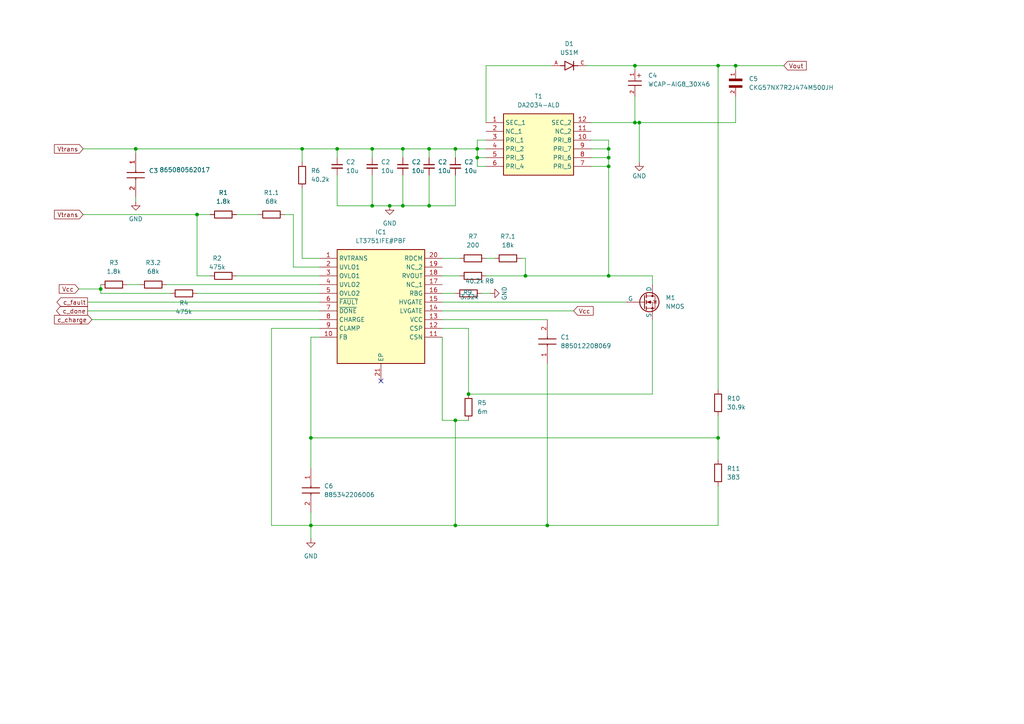
<source format=kicad_sch>
(kicad_sch
	(version 20231120)
	(generator "eeschema")
	(generator_version "8.0")
	(uuid "195e0b9a-2769-4e8c-bb1a-7b2ff7d334c1")
	(paper "A4")
	(lib_symbols
		(symbol "865080562017:865080562017"
			(pin_names hide)
			(exclude_from_sim no)
			(in_bom yes)
			(on_board yes)
			(property "Reference" "C"
				(at 8.89 6.35 0)
				(effects
					(font
						(size 1.27 1.27)
					)
					(justify left top)
				)
			)
			(property "Value" "865080562017"
				(at 8.89 3.81 0)
				(effects
					(font
						(size 1.27 1.27)
					)
					(justify left top)
				)
			)
			(property "Footprint" "CAPAE1350X1400N"
				(at 8.89 -96.19 0)
				(effects
					(font
						(size 1.27 1.27)
					)
					(justify left top)
					(hide yes)
				)
			)
			(property "Datasheet" "https://www.we-online.com/catalog/datasheet/865080562017.pdf"
				(at 8.89 -196.19 0)
				(effects
					(font
						(size 1.27 1.27)
					)
					(justify left top)
					(hide yes)
				)
			)
			(property "Description" "Wurth Elektronik 680uF 35 V dc Aluminium Electrolytic Capacitor, WCAP-ASLI Series 2000h 12.5 (Dia.) x 13.85mm"
				(at 0 0 0)
				(effects
					(font
						(size 1.27 1.27)
					)
					(hide yes)
				)
			)
			(property "Height" "14"
				(at 8.89 -396.19 0)
				(effects
					(font
						(size 1.27 1.27)
					)
					(justify left top)
					(hide yes)
				)
			)
			(property "Mouser Part Number" "710-865080562017"
				(at 8.89 -496.19 0)
				(effects
					(font
						(size 1.27 1.27)
					)
					(justify left top)
					(hide yes)
				)
			)
			(property "Mouser Price/Stock" "https://www.mouser.co.uk/ProductDetail/Wurth-Elektronik/865080562017?qs=0KOYDY2FL2%2FgZmq%2FuzCYbQ%3D%3D"
				(at 8.89 -596.19 0)
				(effects
					(font
						(size 1.27 1.27)
					)
					(justify left top)
					(hide yes)
				)
			)
			(property "Manufacturer_Name" "Wurth Elektronik"
				(at 8.89 -696.19 0)
				(effects
					(font
						(size 1.27 1.27)
					)
					(justify left top)
					(hide yes)
				)
			)
			(property "Manufacturer_Part_Number" "865080562017"
				(at 8.89 -796.19 0)
				(effects
					(font
						(size 1.27 1.27)
					)
					(justify left top)
					(hide yes)
				)
			)
			(symbol "865080562017_1_1"
				(polyline
					(pts
						(xy 5.08 0) (xy 5.588 0)
					)
					(stroke
						(width 0.254)
						(type default)
					)
					(fill
						(type none)
					)
				)
				(polyline
					(pts
						(xy 5.588 2.54) (xy 5.588 -2.54)
					)
					(stroke
						(width 0.254)
						(type default)
					)
					(fill
						(type none)
					)
				)
				(polyline
					(pts
						(xy 7.112 0) (xy 7.62 0)
					)
					(stroke
						(width 0.254)
						(type default)
					)
					(fill
						(type none)
					)
				)
				(polyline
					(pts
						(xy 7.112 2.54) (xy 7.112 -2.54)
					)
					(stroke
						(width 0.254)
						(type default)
					)
					(fill
						(type none)
					)
				)
				(pin passive line
					(at 0 0 0)
					(length 5.08)
					(name "+"
						(effects
							(font
								(size 1.27 1.27)
							)
						)
					)
					(number "1"
						(effects
							(font
								(size 1.27 1.27)
							)
						)
					)
				)
				(pin passive line
					(at 12.7 0 180)
					(length 5.08)
					(name "-"
						(effects
							(font
								(size 1.27 1.27)
							)
						)
					)
					(number "2"
						(effects
							(font
								(size 1.27 1.27)
							)
						)
					)
				)
			)
		)
		(symbol "885012208069:885012208069"
			(pin_names hide)
			(exclude_from_sim no)
			(in_bom yes)
			(on_board yes)
			(property "Reference" "C"
				(at 8.89 6.35 0)
				(effects
					(font
						(size 1.27 1.27)
					)
					(justify left top)
				)
			)
			(property "Value" "885012208069"
				(at 8.89 3.81 0)
				(effects
					(font
						(size 1.27 1.27)
					)
					(justify left top)
				)
			)
			(property "Footprint" "CAPC3216X180N"
				(at 8.89 -96.19 0)
				(effects
					(font
						(size 1.27 1.27)
					)
					(justify left top)
					(hide yes)
				)
			)
			(property "Datasheet" "https://katalog.we-online.com/pbs/datasheet/885012208069.pdf"
				(at 8.89 -196.19 0)
				(effects
					(font
						(size 1.27 1.27)
					)
					(justify left top)
					(hide yes)
				)
			)
			(property "Description" "Multilayer Ceramic Chip Capacitor WCAP-CSGP Series 1206 10000000pF X7R1206106K025DFCT10000"
				(at 0 0 0)
				(effects
					(font
						(size 1.27 1.27)
					)
					(hide yes)
				)
			)
			(property "Height" "1.8"
				(at 8.89 -396.19 0)
				(effects
					(font
						(size 1.27 1.27)
					)
					(justify left top)
					(hide yes)
				)
			)
			(property "Mouser Part Number" "710-885012208069"
				(at 8.89 -496.19 0)
				(effects
					(font
						(size 1.27 1.27)
					)
					(justify left top)
					(hide yes)
				)
			)
			(property "Mouser Price/Stock" "https://www.mouser.co.uk/ProductDetail/Wurth-Elektronik/885012208069?qs=0KOYDY2FL2%2FiIl0oJPR7BQ%3D%3D"
				(at 8.89 -596.19 0)
				(effects
					(font
						(size 1.27 1.27)
					)
					(justify left top)
					(hide yes)
				)
			)
			(property "Manufacturer_Name" "Wurth Elektronik"
				(at 8.89 -696.19 0)
				(effects
					(font
						(size 1.27 1.27)
					)
					(justify left top)
					(hide yes)
				)
			)
			(property "Manufacturer_Part_Number" "885012208069"
				(at 8.89 -796.19 0)
				(effects
					(font
						(size 1.27 1.27)
					)
					(justify left top)
					(hide yes)
				)
			)
			(symbol "885012208069_1_1"
				(polyline
					(pts
						(xy 5.08 0) (xy 5.588 0)
					)
					(stroke
						(width 0.254)
						(type default)
					)
					(fill
						(type none)
					)
				)
				(polyline
					(pts
						(xy 5.588 2.54) (xy 5.588 -2.54)
					)
					(stroke
						(width 0.254)
						(type default)
					)
					(fill
						(type none)
					)
				)
				(polyline
					(pts
						(xy 7.112 0) (xy 7.62 0)
					)
					(stroke
						(width 0.254)
						(type default)
					)
					(fill
						(type none)
					)
				)
				(polyline
					(pts
						(xy 7.112 2.54) (xy 7.112 -2.54)
					)
					(stroke
						(width 0.254)
						(type default)
					)
					(fill
						(type none)
					)
				)
				(pin passive line
					(at 0 0 0)
					(length 5.08)
					(name "1"
						(effects
							(font
								(size 1.27 1.27)
							)
						)
					)
					(number "1"
						(effects
							(font
								(size 1.27 1.27)
							)
						)
					)
				)
				(pin passive line
					(at 12.7 0 180)
					(length 5.08)
					(name "2"
						(effects
							(font
								(size 1.27 1.27)
							)
						)
					)
					(number "2"
						(effects
							(font
								(size 1.27 1.27)
							)
						)
					)
				)
			)
		)
		(symbol "885342206006:885342206006"
			(pin_names hide)
			(exclude_from_sim no)
			(in_bom yes)
			(on_board yes)
			(property "Reference" "C"
				(at 8.89 6.35 0)
				(effects
					(font
						(size 1.27 1.27)
					)
					(justify left top)
				)
			)
			(property "Value" "885342206006"
				(at 8.89 3.81 0)
				(effects
					(font
						(size 1.27 1.27)
					)
					(justify left top)
				)
			)
			(property "Footprint" "CAPC1608X87N"
				(at 8.89 -96.19 0)
				(effects
					(font
						(size 1.27 1.27)
					)
					(justify left top)
					(hide yes)
				)
			)
			(property "Datasheet" "https://katalog.we-online.com/pbs/datasheet/885342206006.pdf"
				(at 8.89 -196.19 0)
				(effects
					(font
						(size 1.27 1.27)
					)
					(justify left top)
					(hide yes)
				)
			)
			(property "Description" "Multilayer Ceramic Chip Capacitor WCAP-CSMH Series 0603 10000pF X7R0603103K250DFCT10000"
				(at 0 0 0)
				(effects
					(font
						(size 1.27 1.27)
					)
					(hide yes)
				)
			)
			(property "Height" "0.87"
				(at 8.89 -396.19 0)
				(effects
					(font
						(size 1.27 1.27)
					)
					(justify left top)
					(hide yes)
				)
			)
			(property "Mouser Part Number" "710-885342206006"
				(at 8.89 -496.19 0)
				(effects
					(font
						(size 1.27 1.27)
					)
					(justify left top)
					(hide yes)
				)
			)
			(property "Mouser Price/Stock" "https://www.mouser.co.uk/ProductDetail/Wurth-Elektronik/885342206006?qs=MLItCLRbWswnzjGuf7w1%252BQ%3D%3D"
				(at 8.89 -596.19 0)
				(effects
					(font
						(size 1.27 1.27)
					)
					(justify left top)
					(hide yes)
				)
			)
			(property "Manufacturer_Name" "Wurth Elektronik"
				(at 8.89 -696.19 0)
				(effects
					(font
						(size 1.27 1.27)
					)
					(justify left top)
					(hide yes)
				)
			)
			(property "Manufacturer_Part_Number" "885342206006"
				(at 8.89 -796.19 0)
				(effects
					(font
						(size 1.27 1.27)
					)
					(justify left top)
					(hide yes)
				)
			)
			(symbol "885342206006_1_1"
				(polyline
					(pts
						(xy 5.08 0) (xy 5.588 0)
					)
					(stroke
						(width 0.254)
						(type default)
					)
					(fill
						(type none)
					)
				)
				(polyline
					(pts
						(xy 5.588 2.54) (xy 5.588 -2.54)
					)
					(stroke
						(width 0.254)
						(type default)
					)
					(fill
						(type none)
					)
				)
				(polyline
					(pts
						(xy 7.112 0) (xy 7.62 0)
					)
					(stroke
						(width 0.254)
						(type default)
					)
					(fill
						(type none)
					)
				)
				(polyline
					(pts
						(xy 7.112 2.54) (xy 7.112 -2.54)
					)
					(stroke
						(width 0.254)
						(type default)
					)
					(fill
						(type none)
					)
				)
				(pin passive line
					(at 0 0 0)
					(length 5.08)
					(name "1"
						(effects
							(font
								(size 1.27 1.27)
							)
						)
					)
					(number "1"
						(effects
							(font
								(size 1.27 1.27)
							)
						)
					)
				)
				(pin passive line
					(at 12.7 0 180)
					(length 5.08)
					(name "2"
						(effects
							(font
								(size 1.27 1.27)
							)
						)
					)
					(number "2"
						(effects
							(font
								(size 1.27 1.27)
							)
						)
					)
				)
			)
		)
		(symbol "CKG57NX7R2J474M500JH:CKG57NX7R2J474M500JH"
			(pin_names
				(offset 1.016)
			)
			(exclude_from_sim no)
			(in_bom yes)
			(on_board yes)
			(property "Reference" "C"
				(at 0 3.8109 0)
				(effects
					(font
						(size 1.27 1.27)
					)
					(justify left bottom)
				)
			)
			(property "Value" "CKG57NX7R2J474M500JH"
				(at 0 -5.0885 0)
				(effects
					(font
						(size 1.27 1.27)
					)
					(justify left bottom)
				)
			)
			(property "Footprint" "CKG57NX7R2J474M500JH:CAPC6050X550N"
				(at 0 0 0)
				(effects
					(font
						(size 1.27 1.27)
					)
					(justify bottom)
					(hide yes)
				)
			)
			(property "Datasheet" ""
				(at 0 0 0)
				(effects
					(font
						(size 1.27 1.27)
					)
					(hide yes)
				)
			)
			(property "Description" ""
				(at 0 0 0)
				(effects
					(font
						(size 1.27 1.27)
					)
					(hide yes)
				)
			)
			(property "MF" "TDK"
				(at 0 0 0)
				(effects
					(font
						(size 1.27 1.27)
					)
					(justify bottom)
					(hide yes)
				)
			)
			(property "Description_1" "\n                        \n                            0.47 µF ±20% 630V Ceramic Capacitor X7R Stacked SMD, 2 J-Lead\n                        \n"
				(at 0 0 0)
				(effects
					(font
						(size 1.27 1.27)
					)
					(justify bottom)
					(hide yes)
				)
			)
			(property "Package" "6050 TDK"
				(at 0 0 0)
				(effects
					(font
						(size 1.27 1.27)
					)
					(justify bottom)
					(hide yes)
				)
			)
			(property "Price" "None"
				(at 0 0 0)
				(effects
					(font
						(size 1.27 1.27)
					)
					(justify bottom)
					(hide yes)
				)
			)
			(property "SnapEDA_Link" "https://www.snapeda.com/parts/CKG57NX7R2J474M500JH/TDK/view-part/?ref=snap"
				(at 0 0 0)
				(effects
					(font
						(size 1.27 1.27)
					)
					(justify bottom)
					(hide yes)
				)
			)
			(property "MP" "CKG57NX7R2J474M500JH"
				(at 0 0 0)
				(effects
					(font
						(size 1.27 1.27)
					)
					(justify bottom)
					(hide yes)
				)
			)
			(property "Availability" "In Stock"
				(at 0 0 0)
				(effects
					(font
						(size 1.27 1.27)
					)
					(justify bottom)
					(hide yes)
				)
			)
			(property "Check_prices" "https://www.snapeda.com/parts/CKG57NX7R2J474M500JH/TDK/view-part/?ref=eda"
				(at 0 0 0)
				(effects
					(font
						(size 1.27 1.27)
					)
					(justify bottom)
					(hide yes)
				)
			)
			(symbol "CKG57NX7R2J474M500JH_0_0"
				(rectangle
					(start 0 -1.9069)
					(end 0.635 1.905)
					(stroke
						(width 0.1)
						(type default)
					)
					(fill
						(type outline)
					)
				)
				(rectangle
					(start 1.9069 -1.9069)
					(end 2.54 1.905)
					(stroke
						(width 0.1)
						(type default)
					)
					(fill
						(type outline)
					)
				)
				(pin passive line
					(at -2.54 0 0)
					(length 2.54)
					(name "~"
						(effects
							(font
								(size 1.016 1.016)
							)
						)
					)
					(number "1"
						(effects
							(font
								(size 1.016 1.016)
							)
						)
					)
				)
				(pin passive line
					(at 5.08 0 180)
					(length 2.54)
					(name "~"
						(effects
							(font
								(size 1.016 1.016)
							)
						)
					)
					(number "2"
						(effects
							(font
								(size 1.016 1.016)
							)
						)
					)
				)
			)
		)
		(symbol "DA2034-ALD:DA2034-ALD"
			(exclude_from_sim no)
			(in_bom yes)
			(on_board yes)
			(property "Reference" "T"
				(at 26.67 7.62 0)
				(effects
					(font
						(size 1.27 1.27)
					)
					(justify left top)
				)
			)
			(property "Value" "DA2034-ALD"
				(at 26.67 5.08 0)
				(effects
					(font
						(size 1.27 1.27)
					)
					(justify left top)
				)
			)
			(property "Footprint" "SOP300P3000X1143-12N"
				(at 26.67 -94.92 0)
				(effects
					(font
						(size 1.27 1.27)
					)
					(justify left top)
					(hide yes)
				)
			)
			(property "Datasheet" "https://www.coilcraft.com/pdfs/da2032.pdf"
				(at 26.67 -194.92 0)
				(effects
					(font
						(size 1.27 1.27)
					)
					(justify left top)
					(hide yes)
				)
			)
			(property "Description" "Audio Transformers / Signal Transformers DA2032 Cap Chrgr For Linear LT3750/51"
				(at -0.254 13.208 0)
				(effects
					(font
						(size 1.27 1.27)
					)
					(hide yes)
				)
			)
			(property "Height" "11.43"
				(at 26.67 -394.92 0)
				(effects
					(font
						(size 1.27 1.27)
					)
					(justify left top)
					(hide yes)
				)
			)
			(property "Mouser Part Number" "994-DA2034-ALD"
				(at 26.67 -494.92 0)
				(effects
					(font
						(size 1.27 1.27)
					)
					(justify left top)
					(hide yes)
				)
			)
			(property "Mouser Price/Stock" "https://www.mouser.co.uk/ProductDetail/Coilcraft/DA2034-ALD?qs=ZYnrCdKdyedtN304hL7iMg%3D%3D"
				(at 26.67 -594.92 0)
				(effects
					(font
						(size 1.27 1.27)
					)
					(justify left top)
					(hide yes)
				)
			)
			(property "Manufacturer_Name" "COILCRAFT"
				(at 26.67 -694.92 0)
				(effects
					(font
						(size 1.27 1.27)
					)
					(justify left top)
					(hide yes)
				)
			)
			(property "Manufacturer_Part_Number" "DA2034-ALD"
				(at 26.67 -794.92 0)
				(effects
					(font
						(size 1.27 1.27)
					)
					(justify left top)
					(hide yes)
				)
			)
			(symbol "DA2034-ALD_1_1"
				(rectangle
					(start 5.08 2.54)
					(end 25.4 -15.24)
					(stroke
						(width 0.254)
						(type default)
					)
					(fill
						(type background)
					)
				)
				(pin passive line
					(at 0 0 0)
					(length 5.08)
					(name "SEC_1"
						(effects
							(font
								(size 1.27 1.27)
							)
						)
					)
					(number "1"
						(effects
							(font
								(size 1.27 1.27)
							)
						)
					)
				)
				(pin passive line
					(at 30.48 -5.08 180)
					(length 5.08)
					(name "PRI_8"
						(effects
							(font
								(size 1.27 1.27)
							)
						)
					)
					(number "10"
						(effects
							(font
								(size 1.27 1.27)
							)
						)
					)
				)
				(pin passive line
					(at 30.48 -2.54 180)
					(length 5.08)
					(name "NC_2"
						(effects
							(font
								(size 1.27 1.27)
							)
						)
					)
					(number "11"
						(effects
							(font
								(size 1.27 1.27)
							)
						)
					)
				)
				(pin passive line
					(at 30.48 0 180)
					(length 5.08)
					(name "SEC_2"
						(effects
							(font
								(size 1.27 1.27)
							)
						)
					)
					(number "12"
						(effects
							(font
								(size 1.27 1.27)
							)
						)
					)
				)
				(pin passive line
					(at 0 -2.54 0)
					(length 5.08)
					(name "NC_1"
						(effects
							(font
								(size 1.27 1.27)
							)
						)
					)
					(number "2"
						(effects
							(font
								(size 1.27 1.27)
							)
						)
					)
				)
				(pin passive line
					(at 0 -5.08 0)
					(length 5.08)
					(name "PRI_1"
						(effects
							(font
								(size 1.27 1.27)
							)
						)
					)
					(number "3"
						(effects
							(font
								(size 1.27 1.27)
							)
						)
					)
				)
				(pin passive line
					(at 0 -7.62 0)
					(length 5.08)
					(name "PRI_2"
						(effects
							(font
								(size 1.27 1.27)
							)
						)
					)
					(number "4"
						(effects
							(font
								(size 1.27 1.27)
							)
						)
					)
				)
				(pin passive line
					(at 0 -10.16 0)
					(length 5.08)
					(name "PRI_3"
						(effects
							(font
								(size 1.27 1.27)
							)
						)
					)
					(number "5"
						(effects
							(font
								(size 1.27 1.27)
							)
						)
					)
				)
				(pin passive line
					(at 0 -12.7 0)
					(length 5.08)
					(name "PRI_4"
						(effects
							(font
								(size 1.27 1.27)
							)
						)
					)
					(number "6"
						(effects
							(font
								(size 1.27 1.27)
							)
						)
					)
				)
				(pin passive line
					(at 30.48 -12.7 180)
					(length 5.08)
					(name "PRI_5"
						(effects
							(font
								(size 1.27 1.27)
							)
						)
					)
					(number "7"
						(effects
							(font
								(size 1.27 1.27)
							)
						)
					)
				)
				(pin passive line
					(at 30.48 -10.16 180)
					(length 5.08)
					(name "PRI_6"
						(effects
							(font
								(size 1.27 1.27)
							)
						)
					)
					(number "8"
						(effects
							(font
								(size 1.27 1.27)
							)
						)
					)
				)
				(pin passive line
					(at 30.48 -7.62 180)
					(length 5.08)
					(name "PRI_7"
						(effects
							(font
								(size 1.27 1.27)
							)
						)
					)
					(number "9"
						(effects
							(font
								(size 1.27 1.27)
							)
						)
					)
				)
			)
		)
		(symbol "Device:C_Small"
			(pin_numbers hide)
			(pin_names
				(offset 0.254) hide)
			(exclude_from_sim no)
			(in_bom yes)
			(on_board yes)
			(property "Reference" "C"
				(at 0.254 1.778 0)
				(effects
					(font
						(size 1.27 1.27)
					)
					(justify left)
				)
			)
			(property "Value" "C_Small"
				(at 0.254 -2.032 0)
				(effects
					(font
						(size 1.27 1.27)
					)
					(justify left)
				)
			)
			(property "Footprint" ""
				(at 0 0 0)
				(effects
					(font
						(size 1.27 1.27)
					)
					(hide yes)
				)
			)
			(property "Datasheet" "~"
				(at 0 0 0)
				(effects
					(font
						(size 1.27 1.27)
					)
					(hide yes)
				)
			)
			(property "Description" "Unpolarized capacitor, small symbol"
				(at 0 0 0)
				(effects
					(font
						(size 1.27 1.27)
					)
					(hide yes)
				)
			)
			(property "ki_keywords" "capacitor cap"
				(at 0 0 0)
				(effects
					(font
						(size 1.27 1.27)
					)
					(hide yes)
				)
			)
			(property "ki_fp_filters" "C_*"
				(at 0 0 0)
				(effects
					(font
						(size 1.27 1.27)
					)
					(hide yes)
				)
			)
			(symbol "C_Small_0_1"
				(polyline
					(pts
						(xy -1.524 -0.508) (xy 1.524 -0.508)
					)
					(stroke
						(width 0.3302)
						(type default)
					)
					(fill
						(type none)
					)
				)
				(polyline
					(pts
						(xy -1.524 0.508) (xy 1.524 0.508)
					)
					(stroke
						(width 0.3048)
						(type default)
					)
					(fill
						(type none)
					)
				)
			)
			(symbol "C_Small_1_1"
				(pin passive line
					(at 0 2.54 270)
					(length 2.032)
					(name "~"
						(effects
							(font
								(size 1.27 1.27)
							)
						)
					)
					(number "1"
						(effects
							(font
								(size 1.27 1.27)
							)
						)
					)
				)
				(pin passive line
					(at 0 -2.54 90)
					(length 2.032)
					(name "~"
						(effects
							(font
								(size 1.27 1.27)
							)
						)
					)
					(number "2"
						(effects
							(font
								(size 1.27 1.27)
							)
						)
					)
				)
			)
		)
		(symbol "Device:R"
			(pin_numbers hide)
			(pin_names
				(offset 0)
			)
			(exclude_from_sim no)
			(in_bom yes)
			(on_board yes)
			(property "Reference" "R"
				(at 2.032 0 90)
				(effects
					(font
						(size 1.27 1.27)
					)
				)
			)
			(property "Value" "R"
				(at 0 0 90)
				(effects
					(font
						(size 1.27 1.27)
					)
				)
			)
			(property "Footprint" ""
				(at -1.778 0 90)
				(effects
					(font
						(size 1.27 1.27)
					)
					(hide yes)
				)
			)
			(property "Datasheet" "~"
				(at 0 0 0)
				(effects
					(font
						(size 1.27 1.27)
					)
					(hide yes)
				)
			)
			(property "Description" "Resistor"
				(at 0 0 0)
				(effects
					(font
						(size 1.27 1.27)
					)
					(hide yes)
				)
			)
			(property "ki_keywords" "R res resistor"
				(at 0 0 0)
				(effects
					(font
						(size 1.27 1.27)
					)
					(hide yes)
				)
			)
			(property "ki_fp_filters" "R_*"
				(at 0 0 0)
				(effects
					(font
						(size 1.27 1.27)
					)
					(hide yes)
				)
			)
			(symbol "R_0_1"
				(rectangle
					(start -1.016 -2.54)
					(end 1.016 2.54)
					(stroke
						(width 0.254)
						(type default)
					)
					(fill
						(type none)
					)
				)
			)
			(symbol "R_1_1"
				(pin passive line
					(at 0 3.81 270)
					(length 1.27)
					(name "~"
						(effects
							(font
								(size 1.27 1.27)
							)
						)
					)
					(number "1"
						(effects
							(font
								(size 1.27 1.27)
							)
						)
					)
				)
				(pin passive line
					(at 0 -3.81 90)
					(length 1.27)
					(name "~"
						(effects
							(font
								(size 1.27 1.27)
							)
						)
					)
					(number "2"
						(effects
							(font
								(size 1.27 1.27)
							)
						)
					)
				)
			)
		)
		(symbol "LT3751IFE#PBF:LT3751IFE#PBF"
			(exclude_from_sim no)
			(in_bom yes)
			(on_board yes)
			(property "Reference" "IC"
				(at 31.75 7.62 0)
				(effects
					(font
						(size 1.27 1.27)
					)
					(justify left top)
				)
			)
			(property "Value" "LT3751IFE#PBF"
				(at 31.75 5.08 0)
				(effects
					(font
						(size 1.27 1.27)
					)
					(justify left top)
				)
			)
			(property "Footprint" "SOP65P640X120-21N"
				(at 31.75 -94.92 0)
				(effects
					(font
						(size 1.27 1.27)
					)
					(justify left top)
					(hide yes)
				)
			)
			(property "Datasheet" "https://www.arrow.com/en/products/lt3751ifepbf/analog-devices?region=nac"
				(at 31.75 -194.92 0)
				(effects
					(font
						(size 1.27 1.27)
					)
					(justify left top)
					(hide yes)
				)
			)
			(property "Description" "Controller 5V to 24V Automotive 20-Pin TSSOP EP Tube"
				(at 0 0 0)
				(effects
					(font
						(size 1.27 1.27)
					)
					(hide yes)
				)
			)
			(property "Height" "1.2"
				(at 31.75 -394.92 0)
				(effects
					(font
						(size 1.27 1.27)
					)
					(justify left top)
					(hide yes)
				)
			)
			(property "Mouser Part Number" "584-LT3751IFE#PBF"
				(at 31.75 -494.92 0)
				(effects
					(font
						(size 1.27 1.27)
					)
					(justify left top)
					(hide yes)
				)
			)
			(property "Mouser Price/Stock" "https://www.mouser.co.uk/ProductDetail/Analog-Devices/LT3751IFEPBF?qs=hVkxg5c3xu8wGIOCrD9eEw%3D%3D"
				(at 31.75 -594.92 0)
				(effects
					(font
						(size 1.27 1.27)
					)
					(justify left top)
					(hide yes)
				)
			)
			(property "Manufacturer_Name" "Analog Devices"
				(at 31.75 -694.92 0)
				(effects
					(font
						(size 1.27 1.27)
					)
					(justify left top)
					(hide yes)
				)
			)
			(property "Manufacturer_Part_Number" "LT3751IFE#PBF"
				(at 31.75 -794.92 0)
				(effects
					(font
						(size 1.27 1.27)
					)
					(justify left top)
					(hide yes)
				)
			)
			(symbol "LT3751IFE#PBF_1_1"
				(rectangle
					(start 5.08 2.54)
					(end 30.48 -30.48)
					(stroke
						(width 0.254)
						(type default)
					)
					(fill
						(type background)
					)
				)
				(pin passive line
					(at 0 0 0)
					(length 5.08)
					(name "RVTRANS"
						(effects
							(font
								(size 1.27 1.27)
							)
						)
					)
					(number "1"
						(effects
							(font
								(size 1.27 1.27)
							)
						)
					)
				)
				(pin passive line
					(at 0 -22.86 0)
					(length 5.08)
					(name "FB"
						(effects
							(font
								(size 1.27 1.27)
							)
						)
					)
					(number "10"
						(effects
							(font
								(size 1.27 1.27)
							)
						)
					)
				)
				(pin passive line
					(at 35.56 -22.86 180)
					(length 5.08)
					(name "CSN"
						(effects
							(font
								(size 1.27 1.27)
							)
						)
					)
					(number "11"
						(effects
							(font
								(size 1.27 1.27)
							)
						)
					)
				)
				(pin passive line
					(at 35.56 -20.32 180)
					(length 5.08)
					(name "CSP"
						(effects
							(font
								(size 1.27 1.27)
							)
						)
					)
					(number "12"
						(effects
							(font
								(size 1.27 1.27)
							)
						)
					)
				)
				(pin passive line
					(at 35.56 -17.78 180)
					(length 5.08)
					(name "VCC"
						(effects
							(font
								(size 1.27 1.27)
							)
						)
					)
					(number "13"
						(effects
							(font
								(size 1.27 1.27)
							)
						)
					)
				)
				(pin passive line
					(at 35.56 -15.24 180)
					(length 5.08)
					(name "LVGATE"
						(effects
							(font
								(size 1.27 1.27)
							)
						)
					)
					(number "14"
						(effects
							(font
								(size 1.27 1.27)
							)
						)
					)
				)
				(pin passive line
					(at 35.56 -12.7 180)
					(length 5.08)
					(name "HVGATE"
						(effects
							(font
								(size 1.27 1.27)
							)
						)
					)
					(number "15"
						(effects
							(font
								(size 1.27 1.27)
							)
						)
					)
				)
				(pin passive line
					(at 35.56 -10.16 180)
					(length 5.08)
					(name "RBG"
						(effects
							(font
								(size 1.27 1.27)
							)
						)
					)
					(number "16"
						(effects
							(font
								(size 1.27 1.27)
							)
						)
					)
				)
				(pin passive line
					(at 35.56 -7.62 180)
					(length 5.08)
					(name "NC_1"
						(effects
							(font
								(size 1.27 1.27)
							)
						)
					)
					(number "17"
						(effects
							(font
								(size 1.27 1.27)
							)
						)
					)
				)
				(pin passive line
					(at 35.56 -5.08 180)
					(length 5.08)
					(name "RVOUT"
						(effects
							(font
								(size 1.27 1.27)
							)
						)
					)
					(number "18"
						(effects
							(font
								(size 1.27 1.27)
							)
						)
					)
				)
				(pin passive line
					(at 35.56 -2.54 180)
					(length 5.08)
					(name "NC_2"
						(effects
							(font
								(size 1.27 1.27)
							)
						)
					)
					(number "19"
						(effects
							(font
								(size 1.27 1.27)
							)
						)
					)
				)
				(pin passive line
					(at 0 -2.54 0)
					(length 5.08)
					(name "UVLO1"
						(effects
							(font
								(size 1.27 1.27)
							)
						)
					)
					(number "2"
						(effects
							(font
								(size 1.27 1.27)
							)
						)
					)
				)
				(pin passive line
					(at 35.56 0 180)
					(length 5.08)
					(name "RDCM"
						(effects
							(font
								(size 1.27 1.27)
							)
						)
					)
					(number "20"
						(effects
							(font
								(size 1.27 1.27)
							)
						)
					)
				)
				(pin passive line
					(at 17.78 -35.56 90)
					(length 5.08)
					(name "EP"
						(effects
							(font
								(size 1.27 1.27)
							)
						)
					)
					(number "21"
						(effects
							(font
								(size 1.27 1.27)
							)
						)
					)
				)
				(pin passive line
					(at 0 -5.08 0)
					(length 5.08)
					(name "OVLO1"
						(effects
							(font
								(size 1.27 1.27)
							)
						)
					)
					(number "3"
						(effects
							(font
								(size 1.27 1.27)
							)
						)
					)
				)
				(pin passive line
					(at 0 -7.62 0)
					(length 5.08)
					(name "UVLO2"
						(effects
							(font
								(size 1.27 1.27)
							)
						)
					)
					(number "4"
						(effects
							(font
								(size 1.27 1.27)
							)
						)
					)
				)
				(pin passive line
					(at 0 -10.16 0)
					(length 5.08)
					(name "OVLO2"
						(effects
							(font
								(size 1.27 1.27)
							)
						)
					)
					(number "5"
						(effects
							(font
								(size 1.27 1.27)
							)
						)
					)
				)
				(pin passive line
					(at 0 -12.7 0)
					(length 5.08)
					(name "~{FAULT}"
						(effects
							(font
								(size 1.27 1.27)
							)
						)
					)
					(number "6"
						(effects
							(font
								(size 1.27 1.27)
							)
						)
					)
				)
				(pin passive line
					(at 0 -15.24 0)
					(length 5.08)
					(name "~{DONE}"
						(effects
							(font
								(size 1.27 1.27)
							)
						)
					)
					(number "7"
						(effects
							(font
								(size 1.27 1.27)
							)
						)
					)
				)
				(pin passive line
					(at 0 -17.78 0)
					(length 5.08)
					(name "CHARGE"
						(effects
							(font
								(size 1.27 1.27)
							)
						)
					)
					(number "8"
						(effects
							(font
								(size 1.27 1.27)
							)
						)
					)
				)
				(pin passive line
					(at 0 -20.32 0)
					(length 5.08)
					(name "CLAMP"
						(effects
							(font
								(size 1.27 1.27)
							)
						)
					)
					(number "9"
						(effects
							(font
								(size 1.27 1.27)
							)
						)
					)
				)
			)
		)
		(symbol "Simulation_SPICE:NMOS"
			(pin_numbers hide)
			(pin_names
				(offset 0)
			)
			(exclude_from_sim no)
			(in_bom yes)
			(on_board yes)
			(property "Reference" "Q"
				(at 5.08 1.27 0)
				(effects
					(font
						(size 1.27 1.27)
					)
					(justify left)
				)
			)
			(property "Value" "NMOS"
				(at 5.08 -1.27 0)
				(effects
					(font
						(size 1.27 1.27)
					)
					(justify left)
				)
			)
			(property "Footprint" ""
				(at 5.08 2.54 0)
				(effects
					(font
						(size 1.27 1.27)
					)
					(hide yes)
				)
			)
			(property "Datasheet" "https://ngspice.sourceforge.io/docs/ngspice-html-manual/manual.xhtml#cha_MOSFETs"
				(at 0 -12.7 0)
				(effects
					(font
						(size 1.27 1.27)
					)
					(hide yes)
				)
			)
			(property "Description" "N-MOSFET transistor, drain/source/gate"
				(at 0 0 0)
				(effects
					(font
						(size 1.27 1.27)
					)
					(hide yes)
				)
			)
			(property "Sim.Device" "NMOS"
				(at 0 -17.145 0)
				(effects
					(font
						(size 1.27 1.27)
					)
					(hide yes)
				)
			)
			(property "Sim.Type" "VDMOS"
				(at 0 -19.05 0)
				(effects
					(font
						(size 1.27 1.27)
					)
					(hide yes)
				)
			)
			(property "Sim.Pins" "1=D 2=G 3=S"
				(at 0 -15.24 0)
				(effects
					(font
						(size 1.27 1.27)
					)
					(hide yes)
				)
			)
			(property "ki_keywords" "transistor NMOS N-MOS N-MOSFET simulation"
				(at 0 0 0)
				(effects
					(font
						(size 1.27 1.27)
					)
					(hide yes)
				)
			)
			(symbol "NMOS_0_1"
				(polyline
					(pts
						(xy 0.254 0) (xy -2.54 0)
					)
					(stroke
						(width 0)
						(type default)
					)
					(fill
						(type none)
					)
				)
				(polyline
					(pts
						(xy 0.254 1.905) (xy 0.254 -1.905)
					)
					(stroke
						(width 0.254)
						(type default)
					)
					(fill
						(type none)
					)
				)
				(polyline
					(pts
						(xy 0.762 -1.27) (xy 0.762 -2.286)
					)
					(stroke
						(width 0.254)
						(type default)
					)
					(fill
						(type none)
					)
				)
				(polyline
					(pts
						(xy 0.762 0.508) (xy 0.762 -0.508)
					)
					(stroke
						(width 0.254)
						(type default)
					)
					(fill
						(type none)
					)
				)
				(polyline
					(pts
						(xy 0.762 2.286) (xy 0.762 1.27)
					)
					(stroke
						(width 0.254)
						(type default)
					)
					(fill
						(type none)
					)
				)
				(polyline
					(pts
						(xy 2.54 2.54) (xy 2.54 1.778)
					)
					(stroke
						(width 0)
						(type default)
					)
					(fill
						(type none)
					)
				)
				(polyline
					(pts
						(xy 2.54 -2.54) (xy 2.54 0) (xy 0.762 0)
					)
					(stroke
						(width 0)
						(type default)
					)
					(fill
						(type none)
					)
				)
				(polyline
					(pts
						(xy 0.762 -1.778) (xy 3.302 -1.778) (xy 3.302 1.778) (xy 0.762 1.778)
					)
					(stroke
						(width 0)
						(type default)
					)
					(fill
						(type none)
					)
				)
				(polyline
					(pts
						(xy 1.016 0) (xy 2.032 0.381) (xy 2.032 -0.381) (xy 1.016 0)
					)
					(stroke
						(width 0)
						(type default)
					)
					(fill
						(type outline)
					)
				)
				(polyline
					(pts
						(xy 2.794 0.508) (xy 2.921 0.381) (xy 3.683 0.381) (xy 3.81 0.254)
					)
					(stroke
						(width 0)
						(type default)
					)
					(fill
						(type none)
					)
				)
				(polyline
					(pts
						(xy 3.302 0.381) (xy 2.921 -0.254) (xy 3.683 -0.254) (xy 3.302 0.381)
					)
					(stroke
						(width 0)
						(type default)
					)
					(fill
						(type none)
					)
				)
				(circle
					(center 1.651 0)
					(radius 2.794)
					(stroke
						(width 0.254)
						(type default)
					)
					(fill
						(type none)
					)
				)
				(circle
					(center 2.54 -1.778)
					(radius 0.254)
					(stroke
						(width 0)
						(type default)
					)
					(fill
						(type outline)
					)
				)
				(circle
					(center 2.54 1.778)
					(radius 0.254)
					(stroke
						(width 0)
						(type default)
					)
					(fill
						(type outline)
					)
				)
			)
			(symbol "NMOS_1_1"
				(pin passive line
					(at 2.54 5.08 270)
					(length 2.54)
					(name "D"
						(effects
							(font
								(size 1.27 1.27)
							)
						)
					)
					(number "1"
						(effects
							(font
								(size 1.27 1.27)
							)
						)
					)
				)
				(pin input line
					(at -5.08 0 0)
					(length 2.54)
					(name "G"
						(effects
							(font
								(size 1.27 1.27)
							)
						)
					)
					(number "2"
						(effects
							(font
								(size 1.27 1.27)
							)
						)
					)
				)
				(pin passive line
					(at 2.54 -5.08 90)
					(length 2.54)
					(name "S"
						(effects
							(font
								(size 1.27 1.27)
							)
						)
					)
					(number "3"
						(effects
							(font
								(size 1.27 1.27)
							)
						)
					)
				)
			)
		)
		(symbol "US1M:US1M"
			(pin_names
				(offset 1.016)
			)
			(exclude_from_sim no)
			(in_bom yes)
			(on_board yes)
			(property "Reference" "D"
				(at -5.08 2.54 0)
				(effects
					(font
						(size 1.27 1.27)
					)
					(justify left bottom)
				)
			)
			(property "Value" "US1M"
				(at -5.08 -3.81 0)
				(effects
					(font
						(size 1.27 1.27)
					)
					(justify left bottom)
				)
			)
			(property "Footprint" "US1M:DIOM4325X250N"
				(at 0 0 0)
				(effects
					(font
						(size 1.27 1.27)
					)
					(justify bottom)
					(hide yes)
				)
			)
			(property "Datasheet" ""
				(at 0 0 0)
				(effects
					(font
						(size 1.27 1.27)
					)
					(hide yes)
				)
			)
			(property "Description" ""
				(at 0 0 0)
				(effects
					(font
						(size 1.27 1.27)
					)
					(hide yes)
				)
			)
			(property "MF" "Taiwan Semiconductor"
				(at 0 0 0)
				(effects
					(font
						(size 1.27 1.27)
					)
					(justify bottom)
					(hide yes)
				)
			)
			(property "MAXIMUM_PACKAGE_HEIGHT" "2.5 mm"
				(at 0 0 0)
				(effects
					(font
						(size 1.27 1.27)
					)
					(justify bottom)
					(hide yes)
				)
			)
			(property "Package" "SMA-2 Taiwan Semiconductor"
				(at 0 0 0)
				(effects
					(font
						(size 1.27 1.27)
					)
					(justify bottom)
					(hide yes)
				)
			)
			(property "Price" "None"
				(at 0 0 0)
				(effects
					(font
						(size 1.27 1.27)
					)
					(justify bottom)
					(hide yes)
				)
			)
			(property "Check_prices" "https://www.snapeda.com/parts/US1M/Taiwan+Semiconductor/view-part/?ref=eda"
				(at 0 0 0)
				(effects
					(font
						(size 1.27 1.27)
					)
					(justify bottom)
					(hide yes)
				)
			)
			(property "STANDARD" "IPC-7351B"
				(at 0 0 0)
				(effects
					(font
						(size 1.27 1.27)
					)
					(justify bottom)
					(hide yes)
				)
			)
			(property "PARTREV" "L2102"
				(at 0 0 0)
				(effects
					(font
						(size 1.27 1.27)
					)
					(justify bottom)
					(hide yes)
				)
			)
			(property "SnapEDA_Link" "https://www.snapeda.com/parts/US1M/Taiwan+Semiconductor/view-part/?ref=snap"
				(at 0 0 0)
				(effects
					(font
						(size 1.27 1.27)
					)
					(justify bottom)
					(hide yes)
				)
			)
			(property "MP" "US1M"
				(at 0 0 0)
				(effects
					(font
						(size 1.27 1.27)
					)
					(justify bottom)
					(hide yes)
				)
			)
			(property "Description_1" "\n75ns, 1A, 1000V, High Efficient Recovery Rectifier\n"
				(at 0 0 0)
				(effects
					(font
						(size 1.27 1.27)
					)
					(justify bottom)
					(hide yes)
				)
			)
			(property "Availability" "In Stock"
				(at 0 0 0)
				(effects
					(font
						(size 1.27 1.27)
					)
					(justify bottom)
					(hide yes)
				)
			)
			(property "MANUFACTURER" "Taiwan Semiconductor"
				(at 0 0 0)
				(effects
					(font
						(size 1.27 1.27)
					)
					(justify bottom)
					(hide yes)
				)
			)
			(symbol "US1M_0_0"
				(polyline
					(pts
						(xy -2.54 0) (xy -1.27 0)
					)
					(stroke
						(width 0.254)
						(type default)
					)
					(fill
						(type none)
					)
				)
				(polyline
					(pts
						(xy -1.27 -1.27) (xy 1.27 0)
					)
					(stroke
						(width 0.254)
						(type default)
					)
					(fill
						(type none)
					)
				)
				(polyline
					(pts
						(xy -1.27 0) (xy -1.27 -1.27)
					)
					(stroke
						(width 0.254)
						(type default)
					)
					(fill
						(type none)
					)
				)
				(polyline
					(pts
						(xy -1.27 1.27) (xy -1.27 0)
					)
					(stroke
						(width 0.254)
						(type default)
					)
					(fill
						(type none)
					)
				)
				(polyline
					(pts
						(xy 1.27 0) (xy -1.27 1.27)
					)
					(stroke
						(width 0.254)
						(type default)
					)
					(fill
						(type none)
					)
				)
				(polyline
					(pts
						(xy 1.27 0) (xy 1.27 -1.27)
					)
					(stroke
						(width 0.254)
						(type default)
					)
					(fill
						(type none)
					)
				)
				(polyline
					(pts
						(xy 1.27 0) (xy 2.54 0)
					)
					(stroke
						(width 0.254)
						(type default)
					)
					(fill
						(type none)
					)
				)
				(polyline
					(pts
						(xy 1.27 1.27) (xy 1.27 0)
					)
					(stroke
						(width 0.254)
						(type default)
					)
					(fill
						(type none)
					)
				)
				(pin passive line
					(at -5.08 0 0)
					(length 2.54)
					(name "~"
						(effects
							(font
								(size 1.016 1.016)
							)
						)
					)
					(number "A"
						(effects
							(font
								(size 1.016 1.016)
							)
						)
					)
				)
				(pin passive line
					(at 5.08 0 180)
					(length 2.54)
					(name "~"
						(effects
							(font
								(size 1.016 1.016)
							)
						)
					)
					(number "C"
						(effects
							(font
								(size 1.016 1.016)
							)
						)
					)
				)
			)
		)
		(symbol "WCAP-AIG8_30X46:WCAP-AIG8_30X46"
			(pin_names
				(offset 1.016)
			)
			(exclude_from_sim no)
			(in_bom yes)
			(on_board yes)
			(property "Reference" "C"
				(at 1.175 3.38 0)
				(effects
					(font
						(size 1.27 1.27)
					)
					(justify bottom)
				)
			)
			(property "Value" "WCAP-AIG8_30X46"
				(at 0.915 -5.075 0)
				(effects
					(font
						(size 1.27 1.27)
					)
					(justify bottom)
				)
			)
			(property "Footprint" "WCAP-AIG8_30X46:WCAP-AIG8_30X46_DXL_"
				(at 0 0 0)
				(effects
					(font
						(size 1.27 1.27)
					)
					(justify bottom)
					(hide yes)
				)
			)
			(property "Datasheet" ""
				(at 0 0 0)
				(effects
					(font
						(size 1.27 1.27)
					)
					(hide yes)
				)
			)
			(property "Description" ""
				(at 0 0 0)
				(effects
					(font
						(size 1.27 1.27)
					)
					(hide yes)
				)
			)
			(property "MF" "Würth Elektronik"
				(at 0 0 0)
				(effects
					(font
						(size 1.27 1.27)
					)
					(justify bottom)
					(hide yes)
				)
			)
			(property "Description_1" "\n270 µF 450 V Aluminum Electrolytic Capacitors Radial, Can - Snap-In 2000 Hrs @ 85°C\n"
				(at 0 0 0)
				(effects
					(font
						(size 1.27 1.27)
					)
					(justify bottom)
					(hide yes)
				)
			)
			(property "Package" "Radial Würth Elektronik"
				(at 0 0 0)
				(effects
					(font
						(size 1.27 1.27)
					)
					(justify bottom)
					(hide yes)
				)
			)
			(property "Price" "None"
				(at 0 0 0)
				(effects
					(font
						(size 1.27 1.27)
					)
					(justify bottom)
					(hide yes)
				)
			)
			(property "SnapEDA_Link" "https://www.snapeda.com/parts/861011485017/Wurth+Elektronik/view-part/?ref=snap"
				(at 0 0 0)
				(effects
					(font
						(size 1.27 1.27)
					)
					(justify bottom)
					(hide yes)
				)
			)
			(property "MP" "861011485017"
				(at 0 0 0)
				(effects
					(font
						(size 1.27 1.27)
					)
					(justify bottom)
					(hide yes)
				)
			)
			(property "Availability" "In Stock"
				(at 0 0 0)
				(effects
					(font
						(size 1.27 1.27)
					)
					(justify bottom)
					(hide yes)
				)
			)
			(property "Check_prices" "https://www.snapeda.com/parts/861011485017/Wurth+Elektronik/view-part/?ref=eda"
				(at 0 0 0)
				(effects
					(font
						(size 1.27 1.27)
					)
					(justify bottom)
					(hide yes)
				)
			)
			(symbol "WCAP-AIG8_30X46_0_0"
				(polyline
					(pts
						(xy 0 0) (xy 0.6426 0)
					)
					(stroke
						(width 0.1524)
						(type default)
					)
					(fill
						(type none)
					)
				)
				(polyline
					(pts
						(xy 0.635 -1.905) (xy 0.635 1.905)
					)
					(stroke
						(width 0.254)
						(type default)
					)
					(fill
						(type none)
					)
				)
				(polyline
					(pts
						(xy 1.905 1.905) (xy 1.905 -1.905)
					)
					(stroke
						(width 0.254)
						(type default)
					)
					(fill
						(type none)
					)
				)
				(polyline
					(pts
						(xy 1.9279 0) (xy 2.5705 0)
					)
					(stroke
						(width 0.1524)
						(type default)
					)
					(fill
						(type none)
					)
				)
				(text "+"
					(at 2.54 -1.905 0)
					(effects
						(font
							(size 1.4224 1.4224)
						)
						(justify left bottom)
					)
				)
				(pin passive line
					(at 5.08 0 180)
					(length 2.54)
					(name "~"
						(effects
							(font
								(size 1.016 1.016)
							)
						)
					)
					(number "1"
						(effects
							(font
								(size 1.016 1.016)
							)
						)
					)
				)
				(pin passive line
					(at -2.54 0 0)
					(length 2.54)
					(name "~"
						(effects
							(font
								(size 1.016 1.016)
							)
						)
					)
					(number "2"
						(effects
							(font
								(size 1.016 1.016)
							)
						)
					)
				)
			)
		)
		(symbol "power:GND"
			(power)
			(pin_numbers hide)
			(pin_names
				(offset 0) hide)
			(exclude_from_sim no)
			(in_bom yes)
			(on_board yes)
			(property "Reference" "#PWR"
				(at 0 -6.35 0)
				(effects
					(font
						(size 1.27 1.27)
					)
					(hide yes)
				)
			)
			(property "Value" "GND"
				(at 0 -3.81 0)
				(effects
					(font
						(size 1.27 1.27)
					)
				)
			)
			(property "Footprint" ""
				(at 0 0 0)
				(effects
					(font
						(size 1.27 1.27)
					)
					(hide yes)
				)
			)
			(property "Datasheet" ""
				(at 0 0 0)
				(effects
					(font
						(size 1.27 1.27)
					)
					(hide yes)
				)
			)
			(property "Description" "Power symbol creates a global label with name \"GND\" , ground"
				(at 0 0 0)
				(effects
					(font
						(size 1.27 1.27)
					)
					(hide yes)
				)
			)
			(property "ki_keywords" "global power"
				(at 0 0 0)
				(effects
					(font
						(size 1.27 1.27)
					)
					(hide yes)
				)
			)
			(symbol "GND_0_1"
				(polyline
					(pts
						(xy 0 0) (xy 0 -1.27) (xy 1.27 -1.27) (xy 0 -2.54) (xy -1.27 -1.27) (xy 0 -1.27)
					)
					(stroke
						(width 0)
						(type default)
					)
					(fill
						(type none)
					)
				)
			)
			(symbol "GND_1_1"
				(pin power_in line
					(at 0 0 270)
					(length 0)
					(name "~"
						(effects
							(font
								(size 1.27 1.27)
							)
						)
					)
					(number "1"
						(effects
							(font
								(size 1.27 1.27)
							)
						)
					)
				)
			)
		)
	)
	(junction
		(at 138.43 43.18)
		(diameter 0)
		(color 0 0 0 0)
		(uuid "0e43b42e-4e48-416f-b771-6669210a2975")
	)
	(junction
		(at 90.17 127)
		(diameter 0)
		(color 0 0 0 0)
		(uuid "10f44075-4ad9-4384-bd2f-5b517ad5e357")
	)
	(junction
		(at 184.15 19.05)
		(diameter 0)
		(color 0 0 0 0)
		(uuid "19a738b2-00c3-4b7d-b425-dc06b195ef9c")
	)
	(junction
		(at 213.36 19.05)
		(diameter 0)
		(color 0 0 0 0)
		(uuid "1c40098f-6849-44b0-a5af-29db8760d5fb")
	)
	(junction
		(at 176.53 48.26)
		(diameter 0)
		(color 0 0 0 0)
		(uuid "25a5b80e-6009-4488-a9a9-aa2d784a3c93")
	)
	(junction
		(at 176.53 80.01)
		(diameter 0)
		(color 0 0 0 0)
		(uuid "34656322-2a4f-4010-a740-620668c37bc6")
	)
	(junction
		(at 124.46 59.69)
		(diameter 0)
		(color 0 0 0 0)
		(uuid "3d45a97c-f3fc-4875-ad1a-21a43111ea37")
	)
	(junction
		(at 57.15 62.23)
		(diameter 0)
		(color 0 0 0 0)
		(uuid "3f5d3366-6efc-405d-bef2-940da3d36bd6")
	)
	(junction
		(at 116.84 43.18)
		(diameter 0)
		(color 0 0 0 0)
		(uuid "45384d05-8cff-4d0c-9e5b-77f78e56e3b1")
	)
	(junction
		(at 132.08 43.18)
		(diameter 0)
		(color 0 0 0 0)
		(uuid "53395e97-4dad-4c5e-88df-8afe3096993d")
	)
	(junction
		(at 124.46 43.18)
		(diameter 0)
		(color 0 0 0 0)
		(uuid "55dff0a1-4485-446c-9cc8-2ddd1f7e8c8b")
	)
	(junction
		(at 208.28 19.05)
		(diameter 0)
		(color 0 0 0 0)
		(uuid "5cfee2a2-f2f5-4c66-ac03-87d2a167da61")
	)
	(junction
		(at 176.53 45.72)
		(diameter 0)
		(color 0 0 0 0)
		(uuid "5f29cbc0-1477-47e1-b79a-09d9f58d5ff8")
	)
	(junction
		(at 132.08 152.4)
		(diameter 0)
		(color 0 0 0 0)
		(uuid "5fb64d1b-89ab-497b-adb3-09e471eb98df")
	)
	(junction
		(at 176.53 43.18)
		(diameter 0)
		(color 0 0 0 0)
		(uuid "6e48ba6b-799d-45a2-838c-eca88c9e2804")
	)
	(junction
		(at 208.28 127)
		(diameter 0)
		(color 0 0 0 0)
		(uuid "6f3b7563-beb1-4da1-9b1e-805982b6b351")
	)
	(junction
		(at 107.95 59.69)
		(diameter 0)
		(color 0 0 0 0)
		(uuid "79406266-0a46-4466-aa65-db2ea06084af")
	)
	(junction
		(at 132.08 121.92)
		(diameter 0)
		(color 0 0 0 0)
		(uuid "7fcd8275-dd18-406e-a4d1-983445b481bb")
	)
	(junction
		(at 97.79 43.18)
		(diameter 0)
		(color 0 0 0 0)
		(uuid "87ed53a1-389c-49fc-9127-1e9219a09a25")
	)
	(junction
		(at 116.84 59.69)
		(diameter 0)
		(color 0 0 0 0)
		(uuid "a368a3a1-a052-440e-8c23-e5561bd6bab6")
	)
	(junction
		(at 158.75 152.4)
		(diameter 0)
		(color 0 0 0 0)
		(uuid "a58088d2-4b1b-45d6-9e03-ae797c347d86")
	)
	(junction
		(at 39.37 43.18)
		(diameter 0)
		(color 0 0 0 0)
		(uuid "aa1cfd32-0cc7-48a4-a62b-527f54676ebe")
	)
	(junction
		(at 87.63 43.18)
		(diameter 0)
		(color 0 0 0 0)
		(uuid "b0b98928-1e28-4426-abf0-5f40ba50ed46")
	)
	(junction
		(at 113.03 59.69)
		(diameter 0)
		(color 0 0 0 0)
		(uuid "c0d436a2-2587-4db4-a632-030b115971a1")
	)
	(junction
		(at 185.42 35.56)
		(diameter 0)
		(color 0 0 0 0)
		(uuid "c206d682-6fcf-4506-a1c9-4079825bc681")
	)
	(junction
		(at 138.43 45.72)
		(diameter 0)
		(color 0 0 0 0)
		(uuid "c47cfcf9-c6eb-49b7-8c1e-8a863ccb7a0b")
	)
	(junction
		(at 29.21 83.82)
		(diameter 0)
		(color 0 0 0 0)
		(uuid "d4a13147-f469-4e85-8c4b-8721e0c34bcc")
	)
	(junction
		(at 152.4 80.01)
		(diameter 0)
		(color 0 0 0 0)
		(uuid "da148cdd-a1d3-43e4-987e-858ce9ce586d")
	)
	(junction
		(at 184.15 35.56)
		(diameter 0)
		(color 0 0 0 0)
		(uuid "de0a4e0a-c16b-45f1-a08c-38672dd1c484")
	)
	(junction
		(at 90.17 152.4)
		(diameter 0)
		(color 0 0 0 0)
		(uuid "df170478-3a51-4127-9a04-7548758424a7")
	)
	(junction
		(at 135.89 114.3)
		(diameter 0)
		(color 0 0 0 0)
		(uuid "e5111388-3c41-4c11-b035-dba5ce7e3012")
	)
	(junction
		(at 107.95 43.18)
		(diameter 0)
		(color 0 0 0 0)
		(uuid "f66219f5-db42-4363-8f43-bbed5fd1d768")
	)
	(no_connect
		(at 110.49 110.49)
		(uuid "68070c62-899e-4c94-9aef-dbdfbc5a91eb")
	)
	(wire
		(pts
			(xy 49.53 85.09) (xy 29.21 85.09)
		)
		(stroke
			(width 0)
			(type default)
		)
		(uuid "0121b24d-44b5-418c-9f3f-94a5fca8968e")
	)
	(wire
		(pts
			(xy 132.08 121.92) (xy 132.08 152.4)
		)
		(stroke
			(width 0)
			(type default)
		)
		(uuid "02d6534f-cfc8-4250-8f93-e46189b61adc")
	)
	(wire
		(pts
			(xy 135.89 95.25) (xy 128.27 95.25)
		)
		(stroke
			(width 0)
			(type default)
		)
		(uuid "03d9bce4-1e2a-4206-94f2-8020306644af")
	)
	(wire
		(pts
			(xy 85.09 62.23) (xy 85.09 77.47)
		)
		(stroke
			(width 0)
			(type default)
		)
		(uuid "064f9242-f23f-4a73-858b-828faa999924")
	)
	(wire
		(pts
			(xy 128.27 97.79) (xy 128.27 121.92)
		)
		(stroke
			(width 0)
			(type default)
		)
		(uuid "07e8f6f2-4491-46b8-a507-913d2555ac8b")
	)
	(wire
		(pts
			(xy 138.43 45.72) (xy 138.43 48.26)
		)
		(stroke
			(width 0)
			(type default)
		)
		(uuid "094a4d03-9806-422a-9b70-6712c701b71d")
	)
	(wire
		(pts
			(xy 97.79 59.69) (xy 107.95 59.69)
		)
		(stroke
			(width 0)
			(type default)
		)
		(uuid "0bd18dca-44c8-4ca2-8b3c-068c570e6fca")
	)
	(wire
		(pts
			(xy 116.84 50.8) (xy 116.84 59.69)
		)
		(stroke
			(width 0)
			(type default)
		)
		(uuid "11e5c0cb-05bd-472c-a76f-a40ff29a8ef4")
	)
	(wire
		(pts
			(xy 116.84 43.18) (xy 116.84 45.72)
		)
		(stroke
			(width 0)
			(type default)
		)
		(uuid "17352a43-8511-4fe8-b45d-f8fcaf27b187")
	)
	(wire
		(pts
			(xy 176.53 45.72) (xy 176.53 43.18)
		)
		(stroke
			(width 0)
			(type default)
		)
		(uuid "19275144-e0e7-4362-8d04-b90253693667")
	)
	(wire
		(pts
			(xy 90.17 127) (xy 90.17 135.89)
		)
		(stroke
			(width 0)
			(type default)
		)
		(uuid "1b72ed62-51a3-4b19-9849-4d9849e77a96")
	)
	(wire
		(pts
			(xy 68.58 62.23) (xy 74.93 62.23)
		)
		(stroke
			(width 0)
			(type default)
		)
		(uuid "1fc9786d-bcda-4c68-af53-22b6ab521f48")
	)
	(wire
		(pts
			(xy 176.53 43.18) (xy 171.45 43.18)
		)
		(stroke
			(width 0)
			(type default)
		)
		(uuid "205393a1-9d5b-42ec-8102-40b7ea9312a1")
	)
	(wire
		(pts
			(xy 128.27 90.17) (xy 166.37 90.17)
		)
		(stroke
			(width 0)
			(type default)
		)
		(uuid "21000db6-1131-40ab-88d9-553da743b19c")
	)
	(wire
		(pts
			(xy 26.67 92.71) (xy 92.71 92.71)
		)
		(stroke
			(width 0)
			(type default)
		)
		(uuid "22b0be06-316e-478d-934f-cb2a2bcad1f0")
	)
	(wire
		(pts
			(xy 90.17 97.79) (xy 90.17 127)
		)
		(stroke
			(width 0)
			(type default)
		)
		(uuid "283f60cc-cd5f-4f36-aa53-c0fdb6492e17")
	)
	(wire
		(pts
			(xy 208.28 19.05) (xy 213.36 19.05)
		)
		(stroke
			(width 0)
			(type default)
		)
		(uuid "28ab4bac-7565-4c37-b269-d814eb4556e1")
	)
	(wire
		(pts
			(xy 139.7 85.09) (xy 142.24 85.09)
		)
		(stroke
			(width 0)
			(type default)
		)
		(uuid "29f54909-9ded-438c-9995-16d88d807664")
	)
	(wire
		(pts
			(xy 116.84 43.18) (xy 124.46 43.18)
		)
		(stroke
			(width 0)
			(type default)
		)
		(uuid "2e82aee0-166c-4868-b50d-de310b3bf941")
	)
	(wire
		(pts
			(xy 140.97 43.18) (xy 138.43 43.18)
		)
		(stroke
			(width 0)
			(type default)
		)
		(uuid "3350271d-461d-4b59-80a6-fc5bb492bae8")
	)
	(wire
		(pts
			(xy 185.42 46.99) (xy 185.42 35.56)
		)
		(stroke
			(width 0)
			(type default)
		)
		(uuid "347bb08e-0124-4c82-9aa0-dc17ad240258")
	)
	(wire
		(pts
			(xy 132.08 152.4) (xy 90.17 152.4)
		)
		(stroke
			(width 0)
			(type default)
		)
		(uuid "3ab24323-71c3-4e20-898f-e3f03851162b")
	)
	(wire
		(pts
			(xy 128.27 85.09) (xy 132.08 85.09)
		)
		(stroke
			(width 0)
			(type default)
		)
		(uuid "3e9ee15e-0f2b-44d4-825f-d9c16e3da79a")
	)
	(wire
		(pts
			(xy 107.95 50.8) (xy 107.95 59.69)
		)
		(stroke
			(width 0)
			(type default)
		)
		(uuid "420077a6-9a08-4afa-a87d-193749b1d1cb")
	)
	(wire
		(pts
			(xy 124.46 43.18) (xy 124.46 45.72)
		)
		(stroke
			(width 0)
			(type default)
		)
		(uuid "43983ceb-c334-4a56-83d9-6a9190d14e4c")
	)
	(wire
		(pts
			(xy 132.08 59.69) (xy 132.08 50.8)
		)
		(stroke
			(width 0)
			(type default)
		)
		(uuid "476ab849-afd5-4c4d-8a3d-67180dc7581f")
	)
	(wire
		(pts
			(xy 22.86 83.82) (xy 29.21 83.82)
		)
		(stroke
			(width 0)
			(type default)
		)
		(uuid "48278cdc-9d6c-43f5-907f-d982646da6dc")
	)
	(wire
		(pts
			(xy 176.53 80.01) (xy 176.53 48.26)
		)
		(stroke
			(width 0)
			(type default)
		)
		(uuid "4bcb9935-fa8a-443c-bf92-37f804bda7d0")
	)
	(wire
		(pts
			(xy 213.36 19.05) (xy 227.33 19.05)
		)
		(stroke
			(width 0)
			(type default)
		)
		(uuid "4f4ffc7d-4b36-4b50-93e3-157d9ba148fe")
	)
	(wire
		(pts
			(xy 208.28 19.05) (xy 208.28 113.03)
		)
		(stroke
			(width 0)
			(type default)
		)
		(uuid "50e3c3b1-1806-4589-aa4d-ac30f4b2a15c")
	)
	(wire
		(pts
			(xy 140.97 19.05) (xy 160.02 19.05)
		)
		(stroke
			(width 0)
			(type default)
		)
		(uuid "537c4a7b-9743-436f-9885-8955fc50df6a")
	)
	(wire
		(pts
			(xy 97.79 43.18) (xy 107.95 43.18)
		)
		(stroke
			(width 0)
			(type default)
		)
		(uuid "5444ffe6-1eb6-410f-b79c-0340a3a922d3")
	)
	(wire
		(pts
			(xy 171.45 48.26) (xy 176.53 48.26)
		)
		(stroke
			(width 0)
			(type default)
		)
		(uuid "54a6abe6-01b3-4c9e-b281-aea01a09152d")
	)
	(wire
		(pts
			(xy 48.26 82.55) (xy 92.71 82.55)
		)
		(stroke
			(width 0)
			(type default)
		)
		(uuid "57097b51-dfa6-4b34-8f33-653a3512b860")
	)
	(wire
		(pts
			(xy 128.27 121.92) (xy 132.08 121.92)
		)
		(stroke
			(width 0)
			(type default)
		)
		(uuid "579911cd-968b-490c-9d68-76e1adace5e7")
	)
	(wire
		(pts
			(xy 158.75 105.41) (xy 158.75 152.4)
		)
		(stroke
			(width 0)
			(type default)
		)
		(uuid "5866636b-9ac0-436a-915d-a8f60de48c71")
	)
	(wire
		(pts
			(xy 60.96 62.23) (xy 57.15 62.23)
		)
		(stroke
			(width 0)
			(type default)
		)
		(uuid "59545a89-0037-4f23-ad23-6a523d84ba05")
	)
	(wire
		(pts
			(xy 87.63 54.61) (xy 87.63 74.93)
		)
		(stroke
			(width 0)
			(type default)
		)
		(uuid "59f296e2-931b-4dd4-bf25-c4377b9848d6")
	)
	(wire
		(pts
			(xy 124.46 43.18) (xy 132.08 43.18)
		)
		(stroke
			(width 0)
			(type default)
		)
		(uuid "620ab98e-6b66-4807-acff-6fd99b424de5")
	)
	(wire
		(pts
			(xy 78.74 95.25) (xy 92.71 95.25)
		)
		(stroke
			(width 0)
			(type default)
		)
		(uuid "62ff6e45-60bf-4442-b075-c00d199b7d70")
	)
	(wire
		(pts
			(xy 152.4 80.01) (xy 152.4 74.93)
		)
		(stroke
			(width 0)
			(type default)
		)
		(uuid "65a25f7d-4111-48b8-a1bf-c0c700f654f7")
	)
	(wire
		(pts
			(xy 184.15 19.05) (xy 184.15 20.32)
		)
		(stroke
			(width 0)
			(type default)
		)
		(uuid "679e455e-b8dc-4b1c-b1d6-953dc531bf3c")
	)
	(wire
		(pts
			(xy 140.97 80.01) (xy 152.4 80.01)
		)
		(stroke
			(width 0)
			(type default)
		)
		(uuid "67b596b5-5c2d-40b0-958e-58989ed70607")
	)
	(wire
		(pts
			(xy 213.36 20.32) (xy 213.36 19.05)
		)
		(stroke
			(width 0)
			(type default)
		)
		(uuid "67d5b0af-76ae-4eb5-b771-882cb0ca4b18")
	)
	(wire
		(pts
			(xy 25.4 90.17) (xy 92.71 90.17)
		)
		(stroke
			(width 0)
			(type default)
		)
		(uuid "6976abf5-47b0-423d-b0c2-9901b999dc12")
	)
	(wire
		(pts
			(xy 39.37 43.18) (xy 87.63 43.18)
		)
		(stroke
			(width 0)
			(type default)
		)
		(uuid "6af83ca3-12d0-4058-891a-c7cb5372eba2")
	)
	(wire
		(pts
			(xy 57.15 85.09) (xy 92.71 85.09)
		)
		(stroke
			(width 0)
			(type default)
		)
		(uuid "6cd18780-833c-46e9-abab-465b583dfe36")
	)
	(wire
		(pts
			(xy 185.42 35.56) (xy 213.36 35.56)
		)
		(stroke
			(width 0)
			(type default)
		)
		(uuid "6f06ce2e-63b7-4314-acb9-b00ca309de9a")
	)
	(wire
		(pts
			(xy 170.18 19.05) (xy 184.15 19.05)
		)
		(stroke
			(width 0)
			(type default)
		)
		(uuid "71d2589b-6f71-4f78-907f-80aafbf86f02")
	)
	(wire
		(pts
			(xy 138.43 45.72) (xy 138.43 43.18)
		)
		(stroke
			(width 0)
			(type default)
		)
		(uuid "74786368-635d-4236-b05c-ff1951ed60ad")
	)
	(wire
		(pts
			(xy 176.53 48.26) (xy 176.53 45.72)
		)
		(stroke
			(width 0)
			(type default)
		)
		(uuid "7591d0e6-daa1-498d-acaa-ac19ceb1faa4")
	)
	(wire
		(pts
			(xy 24.13 43.18) (xy 39.37 43.18)
		)
		(stroke
			(width 0)
			(type default)
		)
		(uuid "761a09ab-4b18-4dad-9c1d-9d3ce0b42853")
	)
	(wire
		(pts
			(xy 87.63 43.18) (xy 87.63 46.99)
		)
		(stroke
			(width 0)
			(type default)
		)
		(uuid "782701b8-f7ed-4add-a0b4-032035150b58")
	)
	(wire
		(pts
			(xy 140.97 74.93) (xy 143.51 74.93)
		)
		(stroke
			(width 0)
			(type default)
		)
		(uuid "79a6bc8d-9343-45aa-9f68-034947964998")
	)
	(wire
		(pts
			(xy 140.97 45.72) (xy 138.43 45.72)
		)
		(stroke
			(width 0)
			(type default)
		)
		(uuid "7f0cc186-80e1-4d68-8936-47eaa0e39860")
	)
	(wire
		(pts
			(xy 132.08 152.4) (xy 158.75 152.4)
		)
		(stroke
			(width 0)
			(type default)
		)
		(uuid "7fadcc61-6257-4c99-9f8b-5e09fabcb5fa")
	)
	(wire
		(pts
			(xy 135.89 114.3) (xy 135.89 95.25)
		)
		(stroke
			(width 0)
			(type default)
		)
		(uuid "887f3f63-0351-4e3f-8a48-67c53d492b87")
	)
	(wire
		(pts
			(xy 158.75 152.4) (xy 208.28 152.4)
		)
		(stroke
			(width 0)
			(type default)
		)
		(uuid "8b778c84-3fb5-487a-acf3-fff6fd5c16ca")
	)
	(wire
		(pts
			(xy 68.58 80.01) (xy 92.71 80.01)
		)
		(stroke
			(width 0)
			(type default)
		)
		(uuid "8cb4d11f-4c27-4558-b163-f1cf1311a812")
	)
	(wire
		(pts
			(xy 97.79 50.8) (xy 97.79 59.69)
		)
		(stroke
			(width 0)
			(type default)
		)
		(uuid "8d50bfb4-9536-4686-97b6-c8525024cc09")
	)
	(wire
		(pts
			(xy 107.95 43.18) (xy 107.95 45.72)
		)
		(stroke
			(width 0)
			(type default)
		)
		(uuid "926e76af-7df9-45ae-ab4b-98c5003b8c67")
	)
	(wire
		(pts
			(xy 107.95 59.69) (xy 113.03 59.69)
		)
		(stroke
			(width 0)
			(type default)
		)
		(uuid "92ad0262-4534-4a06-b600-fff8343bc320")
	)
	(wire
		(pts
			(xy 189.23 114.3) (xy 135.89 114.3)
		)
		(stroke
			(width 0)
			(type default)
		)
		(uuid "94340f23-cd4c-4859-9a33-d4a960abdecc")
	)
	(wire
		(pts
			(xy 132.08 43.18) (xy 138.43 43.18)
		)
		(stroke
			(width 0)
			(type default)
		)
		(uuid "9af9abbb-05a5-464d-a686-380eb5afe88a")
	)
	(wire
		(pts
			(xy 184.15 27.94) (xy 184.15 35.56)
		)
		(stroke
			(width 0)
			(type default)
		)
		(uuid "9b8b4069-5f5f-4a53-b19e-1e8df26e2094")
	)
	(wire
		(pts
			(xy 128.27 87.63) (xy 181.61 87.63)
		)
		(stroke
			(width 0)
			(type default)
		)
		(uuid "9c4d99eb-b711-448d-9ac6-742c0ff38b44")
	)
	(wire
		(pts
			(xy 90.17 152.4) (xy 90.17 156.21)
		)
		(stroke
			(width 0)
			(type default)
		)
		(uuid "9f8493f1-7727-47e1-bb89-cd899209bd15")
	)
	(wire
		(pts
			(xy 24.13 62.23) (xy 57.15 62.23)
		)
		(stroke
			(width 0)
			(type default)
		)
		(uuid "a187935c-d1d1-4fbd-915a-78f1cb45a128")
	)
	(wire
		(pts
			(xy 90.17 127) (xy 208.28 127)
		)
		(stroke
			(width 0)
			(type default)
		)
		(uuid "a4c5ecf8-ebb1-4646-a46a-751220de80bb")
	)
	(wire
		(pts
			(xy 184.15 35.56) (xy 185.42 35.56)
		)
		(stroke
			(width 0)
			(type default)
		)
		(uuid "a586fa5e-06af-4138-adf2-f2063bbbeed2")
	)
	(wire
		(pts
			(xy 138.43 48.26) (xy 140.97 48.26)
		)
		(stroke
			(width 0)
			(type default)
		)
		(uuid "aa9f0b1d-ba81-457b-a96a-1830989ec9c6")
	)
	(wire
		(pts
			(xy 90.17 97.79) (xy 92.71 97.79)
		)
		(stroke
			(width 0)
			(type default)
		)
		(uuid "accc6e5a-b3b6-4070-977a-94d94054af6e")
	)
	(wire
		(pts
			(xy 171.45 45.72) (xy 176.53 45.72)
		)
		(stroke
			(width 0)
			(type default)
		)
		(uuid "ad21d5b2-a65a-4d0c-a961-8ae78f8d1390")
	)
	(wire
		(pts
			(xy 208.28 127) (xy 208.28 133.35)
		)
		(stroke
			(width 0)
			(type default)
		)
		(uuid "b318c8a5-a1d3-4c8b-88e4-9fe664b5b292")
	)
	(wire
		(pts
			(xy 208.28 120.65) (xy 208.28 127)
		)
		(stroke
			(width 0)
			(type default)
		)
		(uuid "b35cd326-10dc-4242-83aa-4936ad6360b6")
	)
	(wire
		(pts
			(xy 184.15 19.05) (xy 208.28 19.05)
		)
		(stroke
			(width 0)
			(type default)
		)
		(uuid "b3dd6452-36ee-4a17-827a-dc37f9c3938e")
	)
	(wire
		(pts
			(xy 124.46 50.8) (xy 124.46 59.69)
		)
		(stroke
			(width 0)
			(type default)
		)
		(uuid "b414327a-a300-40c4-b0f6-778e749b6cc0")
	)
	(wire
		(pts
			(xy 176.53 80.01) (xy 152.4 80.01)
		)
		(stroke
			(width 0)
			(type default)
		)
		(uuid "ba78a313-f1b5-4650-a7f3-3a0c21fc9df2")
	)
	(wire
		(pts
			(xy 140.97 35.56) (xy 140.97 19.05)
		)
		(stroke
			(width 0)
			(type default)
		)
		(uuid "bab382e4-9854-40d9-a59b-9558e027530f")
	)
	(wire
		(pts
			(xy 57.15 80.01) (xy 60.96 80.01)
		)
		(stroke
			(width 0)
			(type default)
		)
		(uuid "bbed1a8d-18d5-4dda-a0d8-4790d9128607")
	)
	(wire
		(pts
			(xy 82.55 62.23) (xy 85.09 62.23)
		)
		(stroke
			(width 0)
			(type default)
		)
		(uuid "bf95715c-d07f-4091-9bea-a0b0a10073a7")
	)
	(wire
		(pts
			(xy 138.43 43.18) (xy 138.43 40.64)
		)
		(stroke
			(width 0)
			(type default)
		)
		(uuid "c0c343fd-006f-4ce8-94c9-598c5f471f7d")
	)
	(wire
		(pts
			(xy 29.21 83.82) (xy 29.21 82.55)
		)
		(stroke
			(width 0)
			(type default)
		)
		(uuid "c0cca5f5-6ff6-4e7e-930e-d2d065fa8949")
	)
	(wire
		(pts
			(xy 132.08 121.92) (xy 135.89 121.92)
		)
		(stroke
			(width 0)
			(type default)
		)
		(uuid "c15c0338-8eac-49e0-9830-d44581fe1b60")
	)
	(wire
		(pts
			(xy 152.4 74.93) (xy 151.13 74.93)
		)
		(stroke
			(width 0)
			(type default)
		)
		(uuid "c3ed51dd-51eb-4d3d-8500-3ac77ed1b3ac")
	)
	(wire
		(pts
			(xy 208.28 140.97) (xy 208.28 152.4)
		)
		(stroke
			(width 0)
			(type default)
		)
		(uuid "c4872571-f3c1-4c24-8466-3f089ab75fc3")
	)
	(wire
		(pts
			(xy 29.21 85.09) (xy 29.21 83.82)
		)
		(stroke
			(width 0)
			(type default)
		)
		(uuid "c5eaa6d5-0ef9-44de-8f4d-ee88c5f7add6")
	)
	(wire
		(pts
			(xy 128.27 80.01) (xy 133.35 80.01)
		)
		(stroke
			(width 0)
			(type default)
		)
		(uuid "c62a6369-020d-4d27-8536-637dfec18ee1")
	)
	(wire
		(pts
			(xy 78.74 152.4) (xy 90.17 152.4)
		)
		(stroke
			(width 0)
			(type default)
		)
		(uuid "c70d955f-1a52-4341-817c-4825ec8f3f00")
	)
	(wire
		(pts
			(xy 213.36 27.94) (xy 213.36 35.56)
		)
		(stroke
			(width 0)
			(type default)
		)
		(uuid "c99edd72-dfce-4935-b6dc-5bc65d8e526a")
	)
	(wire
		(pts
			(xy 78.74 95.25) (xy 78.74 152.4)
		)
		(stroke
			(width 0)
			(type default)
		)
		(uuid "cb7deda2-8f34-4bf6-8380-fa569b0f0d1e")
	)
	(wire
		(pts
			(xy 176.53 40.64) (xy 176.53 43.18)
		)
		(stroke
			(width 0)
			(type default)
		)
		(uuid "cffdb4a1-ffb0-42de-be68-eb282172d67f")
	)
	(wire
		(pts
			(xy 171.45 40.64) (xy 176.53 40.64)
		)
		(stroke
			(width 0)
			(type default)
		)
		(uuid "d16939e0-3e49-4b6e-a250-410f1f49025a")
	)
	(wire
		(pts
			(xy 128.27 74.93) (xy 133.35 74.93)
		)
		(stroke
			(width 0)
			(type default)
		)
		(uuid "d1c57e19-26f0-4f7f-8b1a-377cfcc13d92")
	)
	(wire
		(pts
			(xy 171.45 35.56) (xy 184.15 35.56)
		)
		(stroke
			(width 0)
			(type default)
		)
		(uuid "d2c84d68-6402-4026-a4c6-a15f9a8713f9")
	)
	(wire
		(pts
			(xy 87.63 74.93) (xy 92.71 74.93)
		)
		(stroke
			(width 0)
			(type default)
		)
		(uuid "d563fb6c-2ba9-4662-9702-116c14ede001")
	)
	(wire
		(pts
			(xy 39.37 44.45) (xy 39.37 43.18)
		)
		(stroke
			(width 0)
			(type default)
		)
		(uuid "d6183843-0114-4107-b5fe-b0653174bc6d")
	)
	(wire
		(pts
			(xy 25.4 87.63) (xy 92.71 87.63)
		)
		(stroke
			(width 0)
			(type default)
		)
		(uuid "d7980fe7-c063-4ff1-a0bf-5bd0cfbbcaa6")
	)
	(wire
		(pts
			(xy 189.23 80.01) (xy 176.53 80.01)
		)
		(stroke
			(width 0)
			(type default)
		)
		(uuid "d95feee8-4f63-4059-8e9d-9c5c0d6f37eb")
	)
	(wire
		(pts
			(xy 124.46 59.69) (xy 132.08 59.69)
		)
		(stroke
			(width 0)
			(type default)
		)
		(uuid "d96eaf46-e73a-4c1f-965b-27f0d006bd35")
	)
	(wire
		(pts
			(xy 140.97 40.64) (xy 138.43 40.64)
		)
		(stroke
			(width 0)
			(type default)
		)
		(uuid "da67e78a-3c15-4297-910e-978d6e89db06")
	)
	(wire
		(pts
			(xy 189.23 80.01) (xy 189.23 82.55)
		)
		(stroke
			(width 0)
			(type default)
		)
		(uuid "dd3b1574-87ad-4248-9e11-1683a3495658")
	)
	(wire
		(pts
			(xy 116.84 59.69) (xy 124.46 59.69)
		)
		(stroke
			(width 0)
			(type default)
		)
		(uuid "dd9aa30d-6103-4dcb-93e8-31c5995a88cc")
	)
	(wire
		(pts
			(xy 189.23 114.3) (xy 189.23 92.71)
		)
		(stroke
			(width 0)
			(type default)
		)
		(uuid "e14d4670-b9a9-4f14-bb0d-a3c2e5950c70")
	)
	(wire
		(pts
			(xy 128.27 92.71) (xy 158.75 92.71)
		)
		(stroke
			(width 0)
			(type default)
		)
		(uuid "e227461f-417c-433b-8d8a-3624956d3ce9")
	)
	(wire
		(pts
			(xy 132.08 43.18) (xy 132.08 45.72)
		)
		(stroke
			(width 0)
			(type default)
		)
		(uuid "e3142d9e-9178-4f76-9062-744fd234cb97")
	)
	(wire
		(pts
			(xy 90.17 148.59) (xy 90.17 152.4)
		)
		(stroke
			(width 0)
			(type default)
		)
		(uuid "e3c12b75-fe29-4754-90bd-037ef2714920")
	)
	(wire
		(pts
			(xy 57.15 62.23) (xy 57.15 80.01)
		)
		(stroke
			(width 0)
			(type default)
		)
		(uuid "ed8d4eb4-4af5-4052-bbac-a263781b11b7")
	)
	(wire
		(pts
			(xy 40.64 82.55) (xy 36.83 82.55)
		)
		(stroke
			(width 0)
			(type default)
		)
		(uuid "f18a68e6-2e90-4a30-bf94-0cbb5a4722d3")
	)
	(wire
		(pts
			(xy 39.37 57.15) (xy 39.37 58.42)
		)
		(stroke
			(width 0)
			(type default)
		)
		(uuid "f38b9871-0b56-40ca-828e-8c3e44cf503a")
	)
	(wire
		(pts
			(xy 87.63 43.18) (xy 97.79 43.18)
		)
		(stroke
			(width 0)
			(type default)
		)
		(uuid "f39a27ca-5a31-4dcb-9c85-e8673a9e19df")
	)
	(wire
		(pts
			(xy 97.79 43.18) (xy 97.79 45.72)
		)
		(stroke
			(width 0)
			(type default)
		)
		(uuid "f94486fa-50b5-4a36-9fa8-2fc9bcfbca99")
	)
	(wire
		(pts
			(xy 85.09 77.47) (xy 92.71 77.47)
		)
		(stroke
			(width 0)
			(type default)
		)
		(uuid "f9ab8860-ed36-4975-94a2-50f56afaaf4d")
	)
	(wire
		(pts
			(xy 107.95 43.18) (xy 116.84 43.18)
		)
		(stroke
			(width 0)
			(type default)
		)
		(uuid "f9ac7c60-e937-49f5-bbf2-e64ad9ca04cf")
	)
	(wire
		(pts
			(xy 113.03 59.69) (xy 116.84 59.69)
		)
		(stroke
			(width 0)
			(type default)
		)
		(uuid "ffdfdbba-ef06-4d34-b331-f9a95b56d418")
	)
	(global_label "Vcc"
		(shape input)
		(at 166.37 90.17 0)
		(fields_autoplaced yes)
		(effects
			(font
				(size 1.27 1.27)
			)
			(justify left)
		)
		(uuid "2a8f57ab-d4e7-4fdb-93a2-2feb28ff4772")
		(property "Intersheetrefs" "${INTERSHEET_REFS}"
			(at 172.621 90.17 0)
			(effects
				(font
					(size 1.27 1.27)
				)
				(justify left)
				(hide yes)
			)
		)
	)
	(global_label "Vtrans"
		(shape input)
		(at 24.13 43.18 180)
		(fields_autoplaced yes)
		(effects
			(font
				(size 1.27 1.27)
			)
			(justify right)
		)
		(uuid "30c2a80a-90d6-4c0f-88f8-69e8c3f76b04")
		(property "Intersheetrefs" "${INTERSHEET_REFS}"
			(at 15.2182 43.18 0)
			(effects
				(font
					(size 1.27 1.27)
				)
				(justify right)
				(hide yes)
			)
		)
	)
	(global_label "c_fault"
		(shape output)
		(at 25.4 87.63 180)
		(fields_autoplaced yes)
		(effects
			(font
				(size 1.27 1.27)
			)
			(justify right)
		)
		(uuid "6567e80d-3aa3-4a30-bd18-d067a8310fcc")
		(property "Intersheetrefs" "${INTERSHEET_REFS}"
			(at 15.944 87.63 0)
			(effects
				(font
					(size 1.27 1.27)
				)
				(justify right)
				(hide yes)
			)
		)
	)
	(global_label "Vcc"
		(shape input)
		(at 22.86 83.82 180)
		(fields_autoplaced yes)
		(effects
			(font
				(size 1.27 1.27)
			)
			(justify right)
		)
		(uuid "9e99142f-7d91-41d9-9c1d-e2ee969cb697")
		(property "Intersheetrefs" "${INTERSHEET_REFS}"
			(at 16.609 83.82 0)
			(effects
				(font
					(size 1.27 1.27)
				)
				(justify right)
				(hide yes)
			)
		)
	)
	(global_label "Vtrans"
		(shape input)
		(at 24.13 62.23 180)
		(fields_autoplaced yes)
		(effects
			(font
				(size 1.27 1.27)
			)
			(justify right)
		)
		(uuid "a017f2a4-2f74-422a-887c-eb8afaee7aa0")
		(property "Intersheetrefs" "${INTERSHEET_REFS}"
			(at 15.2182 62.23 0)
			(effects
				(font
					(size 1.27 1.27)
				)
				(justify right)
				(hide yes)
			)
		)
	)
	(global_label "Vout"
		(shape input)
		(at 227.33 19.05 0)
		(fields_autoplaced yes)
		(effects
			(font
				(size 1.27 1.27)
			)
			(justify left)
		)
		(uuid "a0ce3ee9-7d8f-458e-ac5a-13c5f539e0b0")
		(property "Intersheetrefs" "${INTERSHEET_REFS}"
			(at 234.4275 19.05 0)
			(effects
				(font
					(size 1.27 1.27)
				)
				(justify left)
				(hide yes)
			)
		)
	)
	(global_label "c_done"
		(shape output)
		(at 25.4 90.17 180)
		(fields_autoplaced yes)
		(effects
			(font
				(size 1.27 1.27)
			)
			(justify right)
		)
		(uuid "a809b7eb-95d3-44b9-bdf8-e7fb93a37cc2")
		(property "Intersheetrefs" "${INTERSHEET_REFS}"
			(at 15.823 90.17 0)
			(effects
				(font
					(size 1.27 1.27)
				)
				(justify right)
				(hide yes)
			)
		)
	)
	(global_label "c_charge"
		(shape input)
		(at 26.67 92.71 180)
		(fields_autoplaced yes)
		(effects
			(font
				(size 1.27 1.27)
			)
			(justify right)
		)
		(uuid "f1754df9-0865-4ed0-861c-c4d8e4338549")
		(property "Intersheetrefs" "${INTERSHEET_REFS}"
			(at 15.2182 92.71 0)
			(effects
				(font
					(size 1.27 1.27)
				)
				(justify right)
				(hide yes)
			)
		)
	)
	(symbol
		(lib_id "865080562017:865080562017")
		(at 39.37 44.45 270)
		(unit 1)
		(exclude_from_sim no)
		(in_bom yes)
		(on_board yes)
		(dnp no)
		(uuid "005c3585-b05b-4e38-9099-f74cfe1b93a1")
		(property "Reference" "C3"
			(at 43.18 49.5299 90)
			(effects
				(font
					(size 1.27 1.27)
				)
				(justify left)
			)
		)
		(property "Value" "865080562017"
			(at 46.228 49.276 90)
			(effects
				(font
					(size 1.27 1.27)
				)
				(justify left)
			)
		)
		(property "Footprint" "CAPAE1350X1400N"
			(at -56.82 53.34 0)
			(effects
				(font
					(size 1.27 1.27)
				)
				(justify left top)
				(hide yes)
			)
		)
		(property "Datasheet" "https://www.we-online.com/catalog/datasheet/865080562017.pdf"
			(at -156.82 53.34 0)
			(effects
				(font
					(size 1.27 1.27)
				)
				(justify left top)
				(hide yes)
			)
		)
		(property "Description" "Wurth Elektronik 680uF 35 V dc Aluminium Electrolytic Capacitor, WCAP-ASLI Series 2000h 12.5 (Dia.) x 13.85mm"
			(at 39.37 44.45 0)
			(effects
				(font
					(size 1.27 1.27)
				)
				(hide yes)
			)
		)
		(property "Height" "14"
			(at -356.82 53.34 0)
			(effects
				(font
					(size 1.27 1.27)
				)
				(justify left top)
				(hide yes)
			)
		)
		(property "Mouser Part Number" "710-865080562017"
			(at -456.82 53.34 0)
			(effects
				(font
					(size 1.27 1.27)
				)
				(justify left top)
				(hide yes)
			)
		)
		(property "Mouser Price/Stock" "https://www.mouser.co.uk/ProductDetail/Wurth-Elektronik/865080562017?qs=0KOYDY2FL2%2FgZmq%2FuzCYbQ%3D%3D"
			(at -556.82 53.34 0)
			(effects
				(font
					(size 1.27 1.27)
				)
				(justify left top)
				(hide yes)
			)
		)
		(property "Manufacturer_Name" "Wurth Elektronik"
			(at -656.82 53.34 0)
			(effects
				(font
					(size 1.27 1.27)
				)
				(justify left top)
				(hide yes)
			)
		)
		(property "Manufacturer_Part_Number" "865080562017"
			(at -756.82 53.34 0)
			(effects
				(font
					(size 1.27 1.27)
				)
				(justify left top)
				(hide yes)
			)
		)
		(pin "2"
			(uuid "1d81a7c7-e3d8-4f79-9265-d3e8ef9c911e")
		)
		(pin "1"
			(uuid "e8f3e80a-546d-485b-8ca8-c22192742009")
		)
		(instances
			(project ""
				(path "/195e0b9a-2769-4e8c-bb1a-7b2ff7d334c1"
					(reference "C3")
					(unit 1)
				)
			)
		)
	)
	(symbol
		(lib_id "power:GND")
		(at 90.17 156.21 0)
		(unit 1)
		(exclude_from_sim no)
		(in_bom yes)
		(on_board yes)
		(dnp no)
		(fields_autoplaced yes)
		(uuid "0d8b7d8d-8661-43a0-a1ca-91e48f821bf5")
		(property "Reference" "#PWR02"
			(at 90.17 162.56 0)
			(effects
				(font
					(size 1.27 1.27)
				)
				(hide yes)
			)
		)
		(property "Value" "GND"
			(at 90.17 161.29 0)
			(effects
				(font
					(size 1.27 1.27)
				)
			)
		)
		(property "Footprint" ""
			(at 90.17 156.21 0)
			(effects
				(font
					(size 1.27 1.27)
				)
				(hide yes)
			)
		)
		(property "Datasheet" ""
			(at 90.17 156.21 0)
			(effects
				(font
					(size 1.27 1.27)
				)
				(hide yes)
			)
		)
		(property "Description" "Power symbol creates a global label with name \"GND\" , ground"
			(at 90.17 156.21 0)
			(effects
				(font
					(size 1.27 1.27)
				)
				(hide yes)
			)
		)
		(pin "1"
			(uuid "c8b58fea-b256-4ffd-892d-43c92322ad71")
		)
		(instances
			(project "KickerCircuit_v.02"
				(path "/195e0b9a-2769-4e8c-bb1a-7b2ff7d334c1"
					(reference "#PWR02")
					(unit 1)
				)
			)
		)
	)
	(symbol
		(lib_id "Device:R")
		(at 64.77 80.01 90)
		(unit 1)
		(exclude_from_sim no)
		(in_bom yes)
		(on_board yes)
		(dnp no)
		(uuid "1137dbde-749c-48a4-a3bb-a343ecaff23f")
		(property "Reference" "R2"
			(at 62.992 74.93 90)
			(effects
				(font
					(size 1.27 1.27)
				)
			)
		)
		(property "Value" "475k"
			(at 62.992 77.47 90)
			(effects
				(font
					(size 1.27 1.27)
				)
			)
		)
		(property "Footprint" "Resistor_SMD:R_0603_1608Metric"
			(at 64.77 81.788 90)
			(effects
				(font
					(size 1.27 1.27)
				)
				(hide yes)
			)
		)
		(property "Datasheet" "~"
			(at 64.77 80.01 0)
			(effects
				(font
					(size 1.27 1.27)
				)
				(hide yes)
			)
		)
		(property "Description" "Resistor"
			(at 64.77 80.01 0)
			(effects
				(font
					(size 1.27 1.27)
				)
				(hide yes)
			)
		)
		(pin "2"
			(uuid "16127799-6fe9-4ee0-97f7-e07d0be14565")
		)
		(pin "1"
			(uuid "52f8690b-0913-4c15-954c-d779c7ea2dee")
		)
		(instances
			(project "KickerCircuit_v.02"
				(path "/195e0b9a-2769-4e8c-bb1a-7b2ff7d334c1"
					(reference "R2")
					(unit 1)
				)
			)
		)
	)
	(symbol
		(lib_id "power:GND")
		(at 185.42 46.99 0)
		(unit 1)
		(exclude_from_sim no)
		(in_bom yes)
		(on_board yes)
		(dnp no)
		(uuid "140af104-fd90-420e-8381-83c6cbc60854")
		(property "Reference" "#PWR08"
			(at 185.42 53.34 0)
			(effects
				(font
					(size 1.27 1.27)
				)
				(hide yes)
			)
		)
		(property "Value" "GND"
			(at 185.42 51.054 0)
			(effects
				(font
					(size 1.27 1.27)
				)
			)
		)
		(property "Footprint" ""
			(at 185.42 46.99 0)
			(effects
				(font
					(size 1.27 1.27)
				)
				(hide yes)
			)
		)
		(property "Datasheet" ""
			(at 185.42 46.99 0)
			(effects
				(font
					(size 1.27 1.27)
				)
				(hide yes)
			)
		)
		(property "Description" "Power symbol creates a global label with name \"GND\" , ground"
			(at 185.42 46.99 0)
			(effects
				(font
					(size 1.27 1.27)
				)
				(hide yes)
			)
		)
		(pin "1"
			(uuid "d2ef5cea-0dcd-470b-b12a-d42b417d5d77")
		)
		(instances
			(project "KickerCircuit_v.02"
				(path "/195e0b9a-2769-4e8c-bb1a-7b2ff7d334c1"
					(reference "#PWR08")
					(unit 1)
				)
			)
		)
	)
	(symbol
		(lib_id "885012208069:885012208069")
		(at 158.75 105.41 90)
		(unit 1)
		(exclude_from_sim no)
		(in_bom yes)
		(on_board yes)
		(dnp no)
		(fields_autoplaced yes)
		(uuid "1e5dd398-bab6-4e7c-b0be-9366945827c4")
		(property "Reference" "C1"
			(at 162.56 97.7899 90)
			(effects
				(font
					(size 1.27 1.27)
				)
				(justify right)
			)
		)
		(property "Value" "885012208069"
			(at 162.56 100.3299 90)
			(effects
				(font
					(size 1.27 1.27)
				)
				(justify right)
			)
		)
		(property "Footprint" "CAPC3216X180N"
			(at 254.94 96.52 0)
			(effects
				(font
					(size 1.27 1.27)
				)
				(justify left top)
				(hide yes)
			)
		)
		(property "Datasheet" "https://katalog.we-online.com/pbs/datasheet/885012208069.pdf"
			(at 354.94 96.52 0)
			(effects
				(font
					(size 1.27 1.27)
				)
				(justify left top)
				(hide yes)
			)
		)
		(property "Description" "Multilayer Ceramic Chip Capacitor WCAP-CSGP Series 1206 10000000pF X7R1206106K025DFCT10000"
			(at 158.75 105.41 0)
			(effects
				(font
					(size 1.27 1.27)
				)
				(hide yes)
			)
		)
		(property "Height" "1.8"
			(at 554.94 96.52 0)
			(effects
				(font
					(size 1.27 1.27)
				)
				(justify left top)
				(hide yes)
			)
		)
		(property "Mouser Part Number" "710-885012208069"
			(at 654.94 96.52 0)
			(effects
				(font
					(size 1.27 1.27)
				)
				(justify left top)
				(hide yes)
			)
		)
		(property "Mouser Price/Stock" "https://www.mouser.co.uk/ProductDetail/Wurth-Elektronik/885012208069?qs=0KOYDY2FL2%2FiIl0oJPR7BQ%3D%3D"
			(at 754.94 96.52 0)
			(effects
				(font
					(size 1.27 1.27)
				)
				(justify left top)
				(hide yes)
			)
		)
		(property "Manufacturer_Name" "Wurth Elektronik"
			(at 854.94 96.52 0)
			(effects
				(font
					(size 1.27 1.27)
				)
				(justify left top)
				(hide yes)
			)
		)
		(property "Manufacturer_Part_Number" "885012208069"
			(at 954.94 96.52 0)
			(effects
				(font
					(size 1.27 1.27)
				)
				(justify left top)
				(hide yes)
			)
		)
		(pin "2"
			(uuid "3554e8e3-b3fa-4dbd-ba25-2c30712e7513")
		)
		(pin "1"
			(uuid "fc7efbba-e181-450a-bf01-98e18f6a2421")
		)
		(instances
			(project ""
				(path "/195e0b9a-2769-4e8c-bb1a-7b2ff7d334c1"
					(reference "C1")
					(unit 1)
				)
			)
		)
	)
	(symbol
		(lib_id "Device:R")
		(at 147.32 74.93 90)
		(unit 1)
		(exclude_from_sim no)
		(in_bom yes)
		(on_board yes)
		(dnp no)
		(fields_autoplaced yes)
		(uuid "23263fc8-1f42-4441-8e36-21d9ea1ef9d9")
		(property "Reference" "R7.1"
			(at 147.32 68.58 90)
			(effects
				(font
					(size 1.27 1.27)
				)
			)
		)
		(property "Value" "18k"
			(at 147.32 71.12 90)
			(effects
				(font
					(size 1.27 1.27)
				)
			)
		)
		(property "Footprint" "Resistor_SMD:R_0603_1608Metric"
			(at 147.32 76.708 90)
			(effects
				(font
					(size 1.27 1.27)
				)
				(hide yes)
			)
		)
		(property "Datasheet" "~"
			(at 147.32 74.93 0)
			(effects
				(font
					(size 1.27 1.27)
				)
				(hide yes)
			)
		)
		(property "Description" "Resistor"
			(at 147.32 74.93 0)
			(effects
				(font
					(size 1.27 1.27)
				)
				(hide yes)
			)
		)
		(pin "2"
			(uuid "6eba2942-c7a8-42ac-9c7a-6da1e3f47944")
		)
		(pin "1"
			(uuid "2e9a199f-a525-449c-8a97-b72f3abce2d3")
		)
		(instances
			(project "KickerCircuit_v.02"
				(path "/195e0b9a-2769-4e8c-bb1a-7b2ff7d334c1"
					(reference "R7.1")
					(unit 1)
				)
			)
		)
	)
	(symbol
		(lib_id "Device:R")
		(at 135.89 118.11 180)
		(unit 1)
		(exclude_from_sim no)
		(in_bom yes)
		(on_board yes)
		(dnp no)
		(fields_autoplaced yes)
		(uuid "25b5d8e9-ce14-40a7-8861-459aeb6c0e2f")
		(property "Reference" "R5"
			(at 138.43 116.8399 0)
			(effects
				(font
					(size 1.27 1.27)
				)
				(justify right)
			)
		)
		(property "Value" "6m"
			(at 138.43 119.3799 0)
			(effects
				(font
					(size 1.27 1.27)
				)
				(justify right)
			)
		)
		(property "Footprint" "Resistor_SMD:R_0805_2012Metric"
			(at 137.668 118.11 90)
			(effects
				(font
					(size 1.27 1.27)
				)
				(hide yes)
			)
		)
		(property "Datasheet" "~"
			(at 135.89 118.11 0)
			(effects
				(font
					(size 1.27 1.27)
				)
				(hide yes)
			)
		)
		(property "Description" "Resistor"
			(at 135.89 118.11 0)
			(effects
				(font
					(size 1.27 1.27)
				)
				(hide yes)
			)
		)
		(pin "2"
			(uuid "0c04cc39-d501-4e48-8da8-91352c2a1205")
		)
		(pin "1"
			(uuid "f4d7913c-dab7-461f-b7cc-46a5e7767140")
		)
		(instances
			(project "KickerCircuit_v.02"
				(path "/195e0b9a-2769-4e8c-bb1a-7b2ff7d334c1"
					(reference "R5")
					(unit 1)
				)
			)
		)
	)
	(symbol
		(lib_id "LT3751IFE#PBF:LT3751IFE#PBF")
		(at 92.71 74.93 0)
		(unit 1)
		(exclude_from_sim no)
		(in_bom yes)
		(on_board yes)
		(dnp no)
		(fields_autoplaced yes)
		(uuid "2726e9ff-a377-42ad-a86c-0e70191848fd")
		(property "Reference" "IC1"
			(at 110.49 67.31 0)
			(effects
				(font
					(size 1.27 1.27)
				)
			)
		)
		(property "Value" "LT3751IFE#PBF"
			(at 110.49 69.85 0)
			(effects
				(font
					(size 1.27 1.27)
				)
			)
		)
		(property "Footprint" "LT3751:SOP65P640X120-21N"
			(at 124.46 169.85 0)
			(effects
				(font
					(size 1.27 1.27)
				)
				(justify left top)
				(hide yes)
			)
		)
		(property "Datasheet" "https://www.arrow.com/en/products/lt3751ifepbf/analog-devices?region=nac"
			(at 124.46 269.85 0)
			(effects
				(font
					(size 1.27 1.27)
				)
				(justify left top)
				(hide yes)
			)
		)
		(property "Description" "Controller 5V to 24V Automotive 20-Pin TSSOP EP Tube"
			(at 92.71 74.93 0)
			(effects
				(font
					(size 1.27 1.27)
				)
				(hide yes)
			)
		)
		(property "Height" "1.2"
			(at 124.46 469.85 0)
			(effects
				(font
					(size 1.27 1.27)
				)
				(justify left top)
				(hide yes)
			)
		)
		(property "Mouser Part Number" "584-LT3751IFE#PBF"
			(at 124.46 569.85 0)
			(effects
				(font
					(size 1.27 1.27)
				)
				(justify left top)
				(hide yes)
			)
		)
		(property "Mouser Price/Stock" "https://www.mouser.co.uk/ProductDetail/Analog-Devices/LT3751IFEPBF?qs=hVkxg5c3xu8wGIOCrD9eEw%3D%3D"
			(at 124.46 669.85 0)
			(effects
				(font
					(size 1.27 1.27)
				)
				(justify left top)
				(hide yes)
			)
		)
		(property "Manufacturer_Name" "Analog Devices"
			(at 124.46 769.85 0)
			(effects
				(font
					(size 1.27 1.27)
				)
				(justify left top)
				(hide yes)
			)
		)
		(property "Manufacturer_Part_Number" "LT3751IFE#PBF"
			(at 124.46 869.85 0)
			(effects
				(font
					(size 1.27 1.27)
				)
				(justify left top)
				(hide yes)
			)
		)
		(pin "18"
			(uuid "330c9df8-e440-4062-8b5d-1f2fc0a4124f")
		)
		(pin "16"
			(uuid "83819f60-3194-474c-b479-94100cbde480")
		)
		(pin "20"
			(uuid "33b03b52-7025-4b7d-a8a2-e688f9798cee")
		)
		(pin "13"
			(uuid "03ecc7c3-6aa6-48a8-88c8-bd91f842d612")
		)
		(pin "9"
			(uuid "61b8a7f1-2f64-4bb9-864d-560d3e1d1135")
		)
		(pin "12"
			(uuid "5c9cbe0c-f4fe-4c8c-a292-bc0e09276ab9")
		)
		(pin "1"
			(uuid "0827e39f-a8bc-4030-8fba-b5ffbc9c8502")
		)
		(pin "21"
			(uuid "50821702-6bb8-462e-bf8d-2c4b4d0cab2e")
		)
		(pin "8"
			(uuid "2d9a8902-a210-4223-adff-89cf38e453ae")
		)
		(pin "2"
			(uuid "e3f67041-3332-4626-93c3-d134da47610a")
		)
		(pin "7"
			(uuid "ba8c9c62-0c5e-485d-ab4b-3a6983a24145")
		)
		(pin "3"
			(uuid "0718903d-2306-46bc-ac17-0d3eb6acaadb")
		)
		(pin "19"
			(uuid "87a21661-152d-425d-9b67-c2f04e609267")
		)
		(pin "6"
			(uuid "0ab15324-391e-4ad8-bf68-dfc2dc5eb486")
		)
		(pin "11"
			(uuid "83db9bf1-61bf-4731-a4a0-a61842979ee1")
		)
		(pin "14"
			(uuid "7a1b1b8f-feb5-44ee-9153-35da5083c51b")
		)
		(pin "15"
			(uuid "8586e5a2-3f65-4a4b-b612-616477ad4de8")
		)
		(pin "4"
			(uuid "8bd0e01a-3ea8-4a39-8828-88e07c82d78b")
		)
		(pin "10"
			(uuid "333bb2e4-8d40-4816-b083-1b4c8fbde54c")
		)
		(pin "5"
			(uuid "bf49ce09-44b8-4885-8483-596336df470f")
		)
		(pin "17"
			(uuid "1d5652eb-a965-44c9-9d2c-ecd0dd75c9d6")
		)
		(instances
			(project ""
				(path "/195e0b9a-2769-4e8c-bb1a-7b2ff7d334c1"
					(reference "IC1")
					(unit 1)
				)
			)
		)
	)
	(symbol
		(lib_id "Device:R")
		(at 87.63 50.8 180)
		(unit 1)
		(exclude_from_sim no)
		(in_bom yes)
		(on_board yes)
		(dnp no)
		(fields_autoplaced yes)
		(uuid "3cf22fca-58be-4e88-a7d8-ef4d3c0ffd3b")
		(property "Reference" "R6"
			(at 90.17 49.5299 0)
			(effects
				(font
					(size 1.27 1.27)
				)
				(justify right)
			)
		)
		(property "Value" "40.2k"
			(at 90.17 52.0699 0)
			(effects
				(font
					(size 1.27 1.27)
				)
				(justify right)
			)
		)
		(property "Footprint" "Resistor_SMD:R_0603_1608Metric"
			(at 89.408 50.8 90)
			(effects
				(font
					(size 1.27 1.27)
				)
				(hide yes)
			)
		)
		(property "Datasheet" "~"
			(at 87.63 50.8 0)
			(effects
				(font
					(size 1.27 1.27)
				)
				(hide yes)
			)
		)
		(property "Description" "Resistor"
			(at 87.63 50.8 0)
			(effects
				(font
					(size 1.27 1.27)
				)
				(hide yes)
			)
		)
		(pin "2"
			(uuid "f211e9f3-9319-457f-a1a1-e9bd372455f3")
		)
		(pin "1"
			(uuid "8496e58d-10b7-46a3-916a-386027e923d5")
		)
		(instances
			(project ""
				(path "/195e0b9a-2769-4e8c-bb1a-7b2ff7d334c1"
					(reference "R6")
					(unit 1)
				)
			)
		)
	)
	(symbol
		(lib_id "US1M:US1M")
		(at 165.1 19.05 0)
		(unit 1)
		(exclude_from_sim no)
		(in_bom yes)
		(on_board yes)
		(dnp no)
		(fields_autoplaced yes)
		(uuid "50f89b09-f1f7-4cf3-bdfa-e85c214b3cb0")
		(property "Reference" "D1"
			(at 165.1 12.7 0)
			(effects
				(font
					(size 1.27 1.27)
				)
			)
		)
		(property "Value" "US1M"
			(at 165.1 15.24 0)
			(effects
				(font
					(size 1.27 1.27)
				)
			)
		)
		(property "Footprint" "US1M:DIOM4325X250N"
			(at 165.1 19.05 0)
			(effects
				(font
					(size 1.27 1.27)
				)
				(justify bottom)
				(hide yes)
			)
		)
		(property "Datasheet" ""
			(at 165.1 19.05 0)
			(effects
				(font
					(size 1.27 1.27)
				)
				(hide yes)
			)
		)
		(property "Description" ""
			(at 165.1 19.05 0)
			(effects
				(font
					(size 1.27 1.27)
				)
				(hide yes)
			)
		)
		(property "MF" "Taiwan Semiconductor"
			(at 165.1 19.05 0)
			(effects
				(font
					(size 1.27 1.27)
				)
				(justify bottom)
				(hide yes)
			)
		)
		(property "MAXIMUM_PACKAGE_HEIGHT" "2.5 mm"
			(at 165.1 19.05 0)
			(effects
				(font
					(size 1.27 1.27)
				)
				(justify bottom)
				(hide yes)
			)
		)
		(property "Package" "SMA-2 Taiwan Semiconductor"
			(at 165.1 19.05 0)
			(effects
				(font
					(size 1.27 1.27)
				)
				(justify bottom)
				(hide yes)
			)
		)
		(property "Price" "None"
			(at 165.1 19.05 0)
			(effects
				(font
					(size 1.27 1.27)
				)
				(justify bottom)
				(hide yes)
			)
		)
		(property "Check_prices" "https://www.snapeda.com/parts/US1M/Taiwan+Semiconductor/view-part/?ref=eda"
			(at 165.1 19.05 0)
			(effects
				(font
					(size 1.27 1.27)
				)
				(justify bottom)
				(hide yes)
			)
		)
		(property "STANDARD" "IPC-7351B"
			(at 165.1 19.05 0)
			(effects
				(font
					(size 1.27 1.27)
				)
				(justify bottom)
				(hide yes)
			)
		)
		(property "PARTREV" "L2102"
			(at 165.1 19.05 0)
			(effects
				(font
					(size 1.27 1.27)
				)
				(justify bottom)
				(hide yes)
			)
		)
		(property "SnapEDA_Link" "https://www.snapeda.com/parts/US1M/Taiwan+Semiconductor/view-part/?ref=snap"
			(at 165.1 19.05 0)
			(effects
				(font
					(size 1.27 1.27)
				)
				(justify bottom)
				(hide yes)
			)
		)
		(property "MP" "US1M"
			(at 165.1 19.05 0)
			(effects
				(font
					(size 1.27 1.27)
				)
				(justify bottom)
				(hide yes)
			)
		)
		(property "Description_1" "\n75ns, 1A, 1000V, High Efficient Recovery Rectifier\n"
			(at 165.1 19.05 0)
			(effects
				(font
					(size 1.27 1.27)
				)
				(justify bottom)
				(hide yes)
			)
		)
		(property "Availability" "In Stock"
			(at 165.1 19.05 0)
			(effects
				(font
					(size 1.27 1.27)
				)
				(justify bottom)
				(hide yes)
			)
		)
		(property "MANUFACTURER" "Taiwan Semiconductor"
			(at 165.1 19.05 0)
			(effects
				(font
					(size 1.27 1.27)
				)
				(justify bottom)
				(hide yes)
			)
		)
		(pin "A"
			(uuid "ee418456-a89a-47cd-99c5-249affc93f71")
		)
		(pin "C"
			(uuid "fe9dcc16-272e-4cd7-8cfc-ef80018862d2")
		)
		(instances
			(project ""
				(path "/195e0b9a-2769-4e8c-bb1a-7b2ff7d334c1"
					(reference "D1")
					(unit 1)
				)
			)
		)
	)
	(symbol
		(lib_id "Device:C_Small")
		(at 116.84 48.26 0)
		(unit 1)
		(exclude_from_sim no)
		(in_bom yes)
		(on_board yes)
		(dnp no)
		(fields_autoplaced yes)
		(uuid "6b086da5-2315-49e3-9661-3a858db8e16d")
		(property "Reference" "C2"
			(at 119.38 46.9962 0)
			(effects
				(font
					(size 1.27 1.27)
				)
				(justify left)
			)
		)
		(property "Value" "10u"
			(at 119.38 49.5362 0)
			(effects
				(font
					(size 1.27 1.27)
				)
				(justify left)
			)
		)
		(property "Footprint" "Capacitor_SMD:C_0805_2012Metric"
			(at 116.84 48.26 0)
			(effects
				(font
					(size 1.27 1.27)
				)
				(hide yes)
			)
		)
		(property "Datasheet" "~"
			(at 116.84 48.26 0)
			(effects
				(font
					(size 1.27 1.27)
				)
				(hide yes)
			)
		)
		(property "Description" "Unpolarized capacitor, small symbol"
			(at 116.84 48.26 0)
			(effects
				(font
					(size 1.27 1.27)
				)
				(hide yes)
			)
		)
		(pin "2"
			(uuid "78187f6f-dfe2-4932-94cc-f6b3b94166e2")
		)
		(pin "1"
			(uuid "97fefbc8-3d90-43bc-ad92-c32bf46dc022")
		)
		(instances
			(project "KickerCircuit_v.02"
				(path "/195e0b9a-2769-4e8c-bb1a-7b2ff7d334c1"
					(reference "C2")
					(unit 1)
				)
			)
		)
	)
	(symbol
		(lib_id "Device:C_Small")
		(at 132.08 48.26 0)
		(unit 1)
		(exclude_from_sim no)
		(in_bom yes)
		(on_board yes)
		(dnp no)
		(fields_autoplaced yes)
		(uuid "6cb4bfee-b713-47e7-b757-f1dfd76f4bd8")
		(property "Reference" "C2"
			(at 134.62 46.9962 0)
			(effects
				(font
					(size 1.27 1.27)
				)
				(justify left)
			)
		)
		(property "Value" "10u"
			(at 134.62 49.5362 0)
			(effects
				(font
					(size 1.27 1.27)
				)
				(justify left)
			)
		)
		(property "Footprint" "Capacitor_SMD:C_0805_2012Metric"
			(at 132.08 48.26 0)
			(effects
				(font
					(size 1.27 1.27)
				)
				(hide yes)
			)
		)
		(property "Datasheet" "~"
			(at 132.08 48.26 0)
			(effects
				(font
					(size 1.27 1.27)
				)
				(hide yes)
			)
		)
		(property "Description" "Unpolarized capacitor, small symbol"
			(at 132.08 48.26 0)
			(effects
				(font
					(size 1.27 1.27)
				)
				(hide yes)
			)
		)
		(pin "2"
			(uuid "cdf52d92-1f94-43de-ad49-973d84290360")
		)
		(pin "1"
			(uuid "47369e32-4900-4ec5-a5bf-44fd61f6cb4e")
		)
		(instances
			(project "KickerCircuit_v.02"
				(path "/195e0b9a-2769-4e8c-bb1a-7b2ff7d334c1"
					(reference "C2")
					(unit 1)
				)
			)
		)
	)
	(symbol
		(lib_id "WCAP-AIG8_30X46:WCAP-AIG8_30X46")
		(at 184.15 25.4 90)
		(unit 1)
		(exclude_from_sim no)
		(in_bom yes)
		(on_board yes)
		(dnp no)
		(fields_autoplaced yes)
		(uuid "71e9a5a3-8543-4a07-a810-d8a65fcf0f21")
		(property "Reference" "C4"
			(at 187.96 21.893 90)
			(effects
				(font
					(size 1.27 1.27)
				)
				(justify right)
			)
		)
		(property "Value" "WCAP-AIG8_30X46"
			(at 187.96 24.433 90)
			(effects
				(font
					(size 1.27 1.27)
				)
				(justify right)
			)
		)
		(property "Footprint" "WCAP-AIG8_30X46:WCAP-AIG8_30X46_DXL_"
			(at 184.15 25.4 0)
			(effects
				(font
					(size 1.27 1.27)
				)
				(justify bottom)
				(hide yes)
			)
		)
		(property "Datasheet" ""
			(at 184.15 25.4 0)
			(effects
				(font
					(size 1.27 1.27)
				)
				(hide yes)
			)
		)
		(property "Description" ""
			(at 184.15 25.4 0)
			(effects
				(font
					(size 1.27 1.27)
				)
				(hide yes)
			)
		)
		(property "MF" "Würth Elektronik"
			(at 184.15 25.4 0)
			(effects
				(font
					(size 1.27 1.27)
				)
				(justify bottom)
				(hide yes)
			)
		)
		(property "Description_1" "\n270 µF 450 V Aluminum Electrolytic Capacitors Radial, Can - Snap-In 2000 Hrs @ 85°C\n"
			(at 184.15 25.4 0)
			(effects
				(font
					(size 1.27 1.27)
				)
				(justify bottom)
				(hide yes)
			)
		)
		(property "Package" "Radial Würth Elektronik"
			(at 184.15 25.4 0)
			(effects
				(font
					(size 1.27 1.27)
				)
				(justify bottom)
				(hide yes)
			)
		)
		(property "Price" "None"
			(at 184.15 25.4 0)
			(effects
				(font
					(size 1.27 1.27)
				)
				(justify bottom)
				(hide yes)
			)
		)
		(property "SnapEDA_Link" "https://www.snapeda.com/parts/861011485017/Wurth+Elektronik/view-part/?ref=snap"
			(at 184.15 25.4 0)
			(effects
				(font
					(size 1.27 1.27)
				)
				(justify bottom)
				(hide yes)
			)
		)
		(property "MP" "861011485017"
			(at 184.15 25.4 0)
			(effects
				(font
					(size 1.27 1.27)
				)
				(justify bottom)
				(hide yes)
			)
		)
		(property "Availability" "In Stock"
			(at 184.15 25.4 0)
			(effects
				(font
					(size 1.27 1.27)
				)
				(justify bottom)
				(hide yes)
			)
		)
		(property "Check_prices" "https://www.snapeda.com/parts/861011485017/Wurth+Elektronik/view-part/?ref=eda"
			(at 184.15 25.4 0)
			(effects
				(font
					(size 1.27 1.27)
				)
				(justify bottom)
				(hide yes)
			)
		)
		(pin "1"
			(uuid "c21f060b-3fb7-45ce-ba9c-64baafac8016")
		)
		(pin "2"
			(uuid "cb5357bc-a3ae-40a0-b7a7-6bf38287a8ca")
		)
		(instances
			(project ""
				(path "/195e0b9a-2769-4e8c-bb1a-7b2ff7d334c1"
					(reference "C4")
					(unit 1)
				)
			)
		)
	)
	(symbol
		(lib_id "Device:R")
		(at 33.02 82.55 90)
		(unit 1)
		(exclude_from_sim no)
		(in_bom yes)
		(on_board yes)
		(dnp no)
		(fields_autoplaced yes)
		(uuid "78db1b1e-9276-4114-84b7-7eef8c6a419a")
		(property "Reference" "R3"
			(at 33.02 76.2 90)
			(effects
				(font
					(size 1.27 1.27)
				)
			)
		)
		(property "Value" "1.8k"
			(at 33.02 78.74 90)
			(effects
				(font
					(size 1.27 1.27)
				)
			)
		)
		(property "Footprint" "Resistor_SMD:R_1206_3216Metric"
			(at 33.02 84.328 90)
			(effects
				(font
					(size 1.27 1.27)
				)
				(hide yes)
			)
		)
		(property "Datasheet" "~"
			(at 33.02 82.55 0)
			(effects
				(font
					(size 1.27 1.27)
				)
				(hide yes)
			)
		)
		(property "Description" "Resistor"
			(at 33.02 82.55 0)
			(effects
				(font
					(size 1.27 1.27)
				)
				(hide yes)
			)
		)
		(pin "2"
			(uuid "abd558c5-dd6d-4d99-8da1-f929782c5d09")
		)
		(pin "1"
			(uuid "35d8577b-fb61-412a-beb6-d4e75d49d167")
		)
		(instances
			(project "KickerCircuit_v.02"
				(path "/195e0b9a-2769-4e8c-bb1a-7b2ff7d334c1"
					(reference "R3")
					(unit 1)
				)
			)
		)
	)
	(symbol
		(lib_id "Device:R")
		(at 64.77 62.23 90)
		(unit 1)
		(exclude_from_sim no)
		(in_bom yes)
		(on_board yes)
		(dnp no)
		(fields_autoplaced yes)
		(uuid "7b3b8f67-56a6-496c-8cb0-42752f22bc47")
		(property "Reference" "R1"
			(at 64.77 55.88 90)
			(effects
				(font
					(size 1.27 1.27)
				)
			)
		)
		(property "Value" "1.8k"
			(at 64.77 58.42 90)
			(effects
				(font
					(size 1.27 1.27)
				)
			)
		)
		(property "Footprint" "Resistor_SMD:R_1206_3216Metric"
			(at 64.77 64.008 90)
			(effects
				(font
					(size 1.27 1.27)
				)
				(hide yes)
			)
		)
		(property "Datasheet" "~"
			(at 64.77 62.23 0)
			(effects
				(font
					(size 1.27 1.27)
				)
				(hide yes)
			)
		)
		(property "Description" "Resistor"
			(at 64.77 62.23 0)
			(effects
				(font
					(size 1.27 1.27)
				)
				(hide yes)
			)
		)
		(pin "2"
			(uuid "28fce10e-518c-455f-a2ca-eb64ec68f620")
		)
		(pin "1"
			(uuid "da87e6ae-318a-465a-8407-d8bbc873b632")
		)
		(instances
			(project "KickerCircuit_v.02"
				(path "/195e0b9a-2769-4e8c-bb1a-7b2ff7d334c1"
					(reference "R1")
					(unit 1)
				)
			)
		)
	)
	(symbol
		(lib_id "885342206006:885342206006")
		(at 90.17 135.89 270)
		(unit 1)
		(exclude_from_sim no)
		(in_bom yes)
		(on_board yes)
		(dnp no)
		(fields_autoplaced yes)
		(uuid "7f8c86b3-b0cd-4d23-b062-c48d478ae2ed")
		(property "Reference" "C6"
			(at 93.98 140.9699 90)
			(effects
				(font
					(size 1.27 1.27)
				)
				(justify left)
			)
		)
		(property "Value" "885342206006"
			(at 93.98 143.5099 90)
			(effects
				(font
					(size 1.27 1.27)
				)
				(justify left)
			)
		)
		(property "Footprint" "CAPC1608X87N"
			(at -6.02 144.78 0)
			(effects
				(font
					(size 1.27 1.27)
				)
				(justify left top)
				(hide yes)
			)
		)
		(property "Datasheet" "https://katalog.we-online.com/pbs/datasheet/885342206006.pdf"
			(at -106.02 144.78 0)
			(effects
				(font
					(size 1.27 1.27)
				)
				(justify left top)
				(hide yes)
			)
		)
		(property "Description" "Multilayer Ceramic Chip Capacitor WCAP-CSMH Series 0603 10000pF X7R0603103K250DFCT10000"
			(at 90.17 135.89 0)
			(effects
				(font
					(size 1.27 1.27)
				)
				(hide yes)
			)
		)
		(property "Height" "0.87"
			(at -306.02 144.78 0)
			(effects
				(font
					(size 1.27 1.27)
				)
				(justify left top)
				(hide yes)
			)
		)
		(property "Mouser Part Number" "710-885342206006"
			(at -406.02 144.78 0)
			(effects
				(font
					(size 1.27 1.27)
				)
				(justify left top)
				(hide yes)
			)
		)
		(property "Mouser Price/Stock" "https://www.mouser.co.uk/ProductDetail/Wurth-Elektronik/885342206006?qs=MLItCLRbWswnzjGuf7w1%252BQ%3D%3D"
			(at -506.02 144.78 0)
			(effects
				(font
					(size 1.27 1.27)
				)
				(justify left top)
				(hide yes)
			)
		)
		(property "Manufacturer_Name" "Wurth Elektronik"
			(at -606.02 144.78 0)
			(effects
				(font
					(size 1.27 1.27)
				)
				(justify left top)
				(hide yes)
			)
		)
		(property "Manufacturer_Part_Number" "885342206006"
			(at -706.02 144.78 0)
			(effects
				(font
					(size 1.27 1.27)
				)
				(justify left top)
				(hide yes)
			)
		)
		(pin "2"
			(uuid "3ad054eb-319f-4204-92dc-db1ad67db97f")
		)
		(pin "1"
			(uuid "f6bda242-8d2f-46b4-8170-eb080919c07f")
		)
		(instances
			(project ""
				(path "/195e0b9a-2769-4e8c-bb1a-7b2ff7d334c1"
					(reference "C6")
					(unit 1)
				)
			)
		)
	)
	(symbol
		(lib_id "Device:R")
		(at 135.89 85.09 90)
		(unit 1)
		(exclude_from_sim no)
		(in_bom yes)
		(on_board yes)
		(dnp no)
		(uuid "8655b342-7d96-4886-a0fc-1cf3e54c6486")
		(property "Reference" "R9"
			(at 135.636 84.836 90)
			(effects
				(font
					(size 1.27 1.27)
				)
			)
		)
		(property "Value" "3.32k"
			(at 136.144 86.106 90)
			(effects
				(font
					(size 1.27 1.27)
				)
			)
		)
		(property "Footprint" "Resistor_SMD:R_0603_1608Metric"
			(at 135.89 86.868 90)
			(effects
				(font
					(size 1.27 1.27)
				)
				(hide yes)
			)
		)
		(property "Datasheet" "~"
			(at 135.89 85.09 0)
			(effects
				(font
					(size 1.27 1.27)
				)
				(hide yes)
			)
		)
		(property "Description" "Resistor"
			(at 135.89 85.09 0)
			(effects
				(font
					(size 1.27 1.27)
				)
				(hide yes)
			)
		)
		(pin "2"
			(uuid "c6bdfa01-6d66-4024-a2f8-983c26663462")
		)
		(pin "1"
			(uuid "5db35f48-1615-4c0d-9625-41129d1e8ef6")
		)
		(instances
			(project "KickerCircuit_v.02"
				(path "/195e0b9a-2769-4e8c-bb1a-7b2ff7d334c1"
					(reference "R9")
					(unit 1)
				)
			)
		)
	)
	(symbol
		(lib_id "power:GND")
		(at 113.03 59.69 0)
		(unit 1)
		(exclude_from_sim no)
		(in_bom yes)
		(on_board yes)
		(dnp no)
		(fields_autoplaced yes)
		(uuid "8f4fc463-075b-4626-8394-ccaa6c0804c9")
		(property "Reference" "#PWR013"
			(at 113.03 66.04 0)
			(effects
				(font
					(size 1.27 1.27)
				)
				(hide yes)
			)
		)
		(property "Value" "GND"
			(at 113.03 64.77 0)
			(effects
				(font
					(size 1.27 1.27)
				)
			)
		)
		(property "Footprint" ""
			(at 113.03 59.69 0)
			(effects
				(font
					(size 1.27 1.27)
				)
				(hide yes)
			)
		)
		(property "Datasheet" ""
			(at 113.03 59.69 0)
			(effects
				(font
					(size 1.27 1.27)
				)
				(hide yes)
			)
		)
		(property "Description" "Power symbol creates a global label with name \"GND\" , ground"
			(at 113.03 59.69 0)
			(effects
				(font
					(size 1.27 1.27)
				)
				(hide yes)
			)
		)
		(pin "1"
			(uuid "4c151e65-d48c-4df4-b099-33a65c926ba0")
		)
		(instances
			(project "KickerCircuit_v.02"
				(path "/195e0b9a-2769-4e8c-bb1a-7b2ff7d334c1"
					(reference "#PWR013")
					(unit 1)
				)
			)
		)
	)
	(symbol
		(lib_id "Device:R")
		(at 53.34 85.09 90)
		(unit 1)
		(exclude_from_sim no)
		(in_bom yes)
		(on_board yes)
		(dnp no)
		(uuid "92aebe17-1553-4748-86e6-7dc286d548af")
		(property "Reference" "R4"
			(at 53.34 87.884 90)
			(effects
				(font
					(size 1.27 1.27)
				)
			)
		)
		(property "Value" "475k"
			(at 53.34 90.424 90)
			(effects
				(font
					(size 1.27 1.27)
				)
			)
		)
		(property "Footprint" "Resistor_SMD:R_0603_1608Metric"
			(at 53.34 86.868 90)
			(effects
				(font
					(size 1.27 1.27)
				)
				(hide yes)
			)
		)
		(property "Datasheet" "~"
			(at 53.34 85.09 0)
			(effects
				(font
					(size 1.27 1.27)
				)
				(hide yes)
			)
		)
		(property "Description" "Resistor"
			(at 53.34 85.09 0)
			(effects
				(font
					(size 1.27 1.27)
				)
				(hide yes)
			)
		)
		(pin "2"
			(uuid "de80a332-268d-4ef9-b054-77a30f23c64a")
		)
		(pin "1"
			(uuid "e79d8aa4-0f04-4b42-94df-ddbe60fb33e7")
		)
		(instances
			(project "KickerCircuit_v.02"
				(path "/195e0b9a-2769-4e8c-bb1a-7b2ff7d334c1"
					(reference "R4")
					(unit 1)
				)
			)
		)
	)
	(symbol
		(lib_id "Simulation_SPICE:NMOS")
		(at 186.69 87.63 0)
		(unit 1)
		(exclude_from_sim no)
		(in_bom yes)
		(on_board yes)
		(dnp no)
		(fields_autoplaced yes)
		(uuid "a2a85b65-13c6-4a6a-be65-a571a464fa4e")
		(property "Reference" "M1"
			(at 193.04 86.3599 0)
			(effects
				(font
					(size 1.27 1.27)
				)
				(justify left)
			)
		)
		(property "Value" "NMOS"
			(at 193.04 88.8999 0)
			(effects
				(font
					(size 1.27 1.27)
				)
				(justify left)
			)
		)
		(property "Footprint" "Package_TO_SOT_SMD:TO-263-3_TabPin2"
			(at 191.77 85.09 0)
			(effects
				(font
					(size 1.27 1.27)
				)
				(hide yes)
			)
		)
		(property "Datasheet" "https://ngspice.sourceforge.io/docs/ngspice-html-manual/manual.xhtml#cha_MOSFETs"
			(at 186.69 100.33 0)
			(effects
				(font
					(size 1.27 1.27)
				)
				(hide yes)
			)
		)
		(property "Description" "N-MOSFET transistor, drain/source/gate"
			(at 186.69 87.63 0)
			(effects
				(font
					(size 1.27 1.27)
				)
				(hide yes)
			)
		)
		(property "Sim.Device" "NMOS"
			(at 186.69 104.775 0)
			(effects
				(font
					(size 1.27 1.27)
				)
				(hide yes)
			)
		)
		(property "Sim.Type" "VDMOS"
			(at 186.69 106.68 0)
			(effects
				(font
					(size 1.27 1.27)
				)
				(hide yes)
			)
		)
		(property "Sim.Pins" "1=D 2=G 3=S"
			(at 186.69 102.87 0)
			(effects
				(font
					(size 1.27 1.27)
				)
				(hide yes)
			)
		)
		(pin "2"
			(uuid "a125e9bf-899f-4e52-a44f-9076ea11684f")
		)
		(pin "1"
			(uuid "6e65f8fa-e1c2-4596-b36a-d1d5b20544dd")
		)
		(pin "3"
			(uuid "960dbc8f-70c1-4178-924c-b8f6ce790f36")
		)
		(instances
			(project ""
				(path "/195e0b9a-2769-4e8c-bb1a-7b2ff7d334c1"
					(reference "M1")
					(unit 1)
				)
			)
		)
	)
	(symbol
		(lib_id "power:GND")
		(at 142.24 85.09 90)
		(unit 1)
		(exclude_from_sim no)
		(in_bom yes)
		(on_board yes)
		(dnp no)
		(uuid "a92945ce-8e39-4122-af5b-880766232949")
		(property "Reference" "#PWR05"
			(at 148.59 85.09 0)
			(effects
				(font
					(size 1.27 1.27)
				)
				(hide yes)
			)
		)
		(property "Value" "GND"
			(at 146.304 85.09 0)
			(effects
				(font
					(size 1.27 1.27)
				)
			)
		)
		(property "Footprint" ""
			(at 142.24 85.09 0)
			(effects
				(font
					(size 1.27 1.27)
				)
				(hide yes)
			)
		)
		(property "Datasheet" ""
			(at 142.24 85.09 0)
			(effects
				(font
					(size 1.27 1.27)
				)
				(hide yes)
			)
		)
		(property "Description" "Power symbol creates a global label with name \"GND\" , ground"
			(at 142.24 85.09 0)
			(effects
				(font
					(size 1.27 1.27)
				)
				(hide yes)
			)
		)
		(pin "1"
			(uuid "ae73f077-0c2f-43de-a4cd-c5f7d5bfd940")
		)
		(instances
			(project "KickerCircuit_v.02"
				(path "/195e0b9a-2769-4e8c-bb1a-7b2ff7d334c1"
					(reference "#PWR05")
					(unit 1)
				)
			)
		)
	)
	(symbol
		(lib_id "Device:R")
		(at 208.28 137.16 0)
		(unit 1)
		(exclude_from_sim no)
		(in_bom yes)
		(on_board yes)
		(dnp no)
		(fields_autoplaced yes)
		(uuid "a9a7fd6f-de49-4570-99eb-cddf1e73a51c")
		(property "Reference" "R11"
			(at 210.82 135.8899 0)
			(effects
				(font
					(size 1.27 1.27)
				)
				(justify left)
			)
		)
		(property "Value" "383 "
			(at 210.82 138.4299 0)
			(effects
				(font
					(size 1.27 1.27)
				)
				(justify left)
			)
		)
		(property "Footprint" "Resistor_SMD:R_1206_3216Metric"
			(at 206.502 137.16 90)
			(effects
				(font
					(size 1.27 1.27)
				)
				(hide yes)
			)
		)
		(property "Datasheet" "~"
			(at 208.28 137.16 0)
			(effects
				(font
					(size 1.27 1.27)
				)
				(hide yes)
			)
		)
		(property "Description" "Resistor"
			(at 208.28 137.16 0)
			(effects
				(font
					(size 1.27 1.27)
				)
				(hide yes)
			)
		)
		(pin "2"
			(uuid "5921ac82-ff24-477e-bf21-b67b0a3d8d9f")
		)
		(pin "1"
			(uuid "92306f80-a4d5-4e2a-968a-ba60be9a4bb3")
		)
		(instances
			(project ""
				(path "/195e0b9a-2769-4e8c-bb1a-7b2ff7d334c1"
					(reference "R11")
					(unit 1)
				)
			)
		)
	)
	(symbol
		(lib_id "Device:R")
		(at 137.16 80.01 90)
		(unit 1)
		(exclude_from_sim no)
		(in_bom yes)
		(on_board yes)
		(dnp no)
		(uuid "aabe6248-04c0-4fbf-974a-c9861282f4ac")
		(property "Reference" "R8"
			(at 141.986 81.534 90)
			(effects
				(font
					(size 1.27 1.27)
				)
			)
		)
		(property "Value" "40.2k"
			(at 137.668 81.534 90)
			(effects
				(font
					(size 1.27 1.27)
				)
			)
		)
		(property "Footprint" "Resistor_SMD:R_0603_1608Metric"
			(at 137.16 81.788 90)
			(effects
				(font
					(size 1.27 1.27)
				)
				(hide yes)
			)
		)
		(property "Datasheet" "~"
			(at 137.16 80.01 0)
			(effects
				(font
					(size 1.27 1.27)
				)
				(hide yes)
			)
		)
		(property "Description" "Resistor"
			(at 137.16 80.01 0)
			(effects
				(font
					(size 1.27 1.27)
				)
				(hide yes)
			)
		)
		(pin "2"
			(uuid "fc71c2a2-89c4-431d-b42a-65e76ce9ae16")
		)
		(pin "1"
			(uuid "821e571a-dfef-4b17-afb4-188c48c77ddf")
		)
		(instances
			(project "KickerCircuit_v.02"
				(path "/195e0b9a-2769-4e8c-bb1a-7b2ff7d334c1"
					(reference "R8")
					(unit 1)
				)
			)
		)
	)
	(symbol
		(lib_id "Device:C_Small")
		(at 107.95 48.26 0)
		(unit 1)
		(exclude_from_sim no)
		(in_bom yes)
		(on_board yes)
		(dnp no)
		(fields_autoplaced yes)
		(uuid "afd94f4c-38e8-46e8-827b-547b96fbb004")
		(property "Reference" "C2"
			(at 110.49 46.9962 0)
			(effects
				(font
					(size 1.27 1.27)
				)
				(justify left)
			)
		)
		(property "Value" "10u"
			(at 110.49 49.5362 0)
			(effects
				(font
					(size 1.27 1.27)
				)
				(justify left)
			)
		)
		(property "Footprint" "Capacitor_SMD:C_0805_2012Metric"
			(at 107.95 48.26 0)
			(effects
				(font
					(size 1.27 1.27)
				)
				(hide yes)
			)
		)
		(property "Datasheet" "~"
			(at 107.95 48.26 0)
			(effects
				(font
					(size 1.27 1.27)
				)
				(hide yes)
			)
		)
		(property "Description" "Unpolarized capacitor, small symbol"
			(at 107.95 48.26 0)
			(effects
				(font
					(size 1.27 1.27)
				)
				(hide yes)
			)
		)
		(pin "2"
			(uuid "d370986e-e540-4b42-bcf5-159cfc5aa3c5")
		)
		(pin "1"
			(uuid "4a287cb8-1293-4f20-9898-d52d2247aa99")
		)
		(instances
			(project "KickerCircuit_v.02"
				(path "/195e0b9a-2769-4e8c-bb1a-7b2ff7d334c1"
					(reference "C2")
					(unit 1)
				)
			)
		)
	)
	(symbol
		(lib_id "Device:R")
		(at 78.74 62.23 90)
		(unit 1)
		(exclude_from_sim no)
		(in_bom yes)
		(on_board yes)
		(dnp no)
		(fields_autoplaced yes)
		(uuid "b4bd3b48-6643-4472-9ec4-80cd8013272b")
		(property "Reference" "R1.1"
			(at 78.74 55.88 90)
			(effects
				(font
					(size 1.27 1.27)
				)
			)
		)
		(property "Value" "68k"
			(at 78.74 58.42 90)
			(effects
				(font
					(size 1.27 1.27)
				)
			)
		)
		(property "Footprint" "Resistor_SMD:R_1206_3216Metric"
			(at 78.74 64.008 90)
			(effects
				(font
					(size 1.27 1.27)
				)
				(hide yes)
			)
		)
		(property "Datasheet" "~"
			(at 78.74 62.23 0)
			(effects
				(font
					(size 1.27 1.27)
				)
				(hide yes)
			)
		)
		(property "Description" "Resistor"
			(at 78.74 62.23 0)
			(effects
				(font
					(size 1.27 1.27)
				)
				(hide yes)
			)
		)
		(pin "2"
			(uuid "ba089465-43d8-485a-8c91-a8c71f085cef")
		)
		(pin "1"
			(uuid "1fd9a1df-993c-420f-beb0-88039aeb1220")
		)
		(instances
			(project "KickerCircuit_v.02"
				(path "/195e0b9a-2769-4e8c-bb1a-7b2ff7d334c1"
					(reference "R1.1")
					(unit 1)
				)
			)
		)
	)
	(symbol
		(lib_id "CKG57NX7R2J474M500JH:CKG57NX7R2J474M500JH")
		(at 213.36 22.86 270)
		(unit 1)
		(exclude_from_sim no)
		(in_bom yes)
		(on_board yes)
		(dnp no)
		(fields_autoplaced yes)
		(uuid "b8c04d02-cee5-4001-b2df-260f5ea07b73")
		(property "Reference" "C5"
			(at 217.17 22.8599 90)
			(effects
				(font
					(size 1.27 1.27)
				)
				(justify left)
			)
		)
		(property "Value" "CKG57NX7R2J474M500JH"
			(at 217.17 25.3999 90)
			(effects
				(font
					(size 1.27 1.27)
				)
				(justify left)
			)
		)
		(property "Footprint" "CKG57NX7R2J474M500JH:CAPC6050X550N"
			(at 213.36 22.86 0)
			(effects
				(font
					(size 1.27 1.27)
				)
				(justify bottom)
				(hide yes)
			)
		)
		(property "Datasheet" ""
			(at 213.36 22.86 0)
			(effects
				(font
					(size 1.27 1.27)
				)
				(hide yes)
			)
		)
		(property "Description" ""
			(at 213.36 22.86 0)
			(effects
				(font
					(size 1.27 1.27)
				)
				(hide yes)
			)
		)
		(property "MF" "TDK"
			(at 213.36 22.86 0)
			(effects
				(font
					(size 1.27 1.27)
				)
				(justify bottom)
				(hide yes)
			)
		)
		(property "Description_1" "\n                        \n                            0.47 µF ±20% 630V Ceramic Capacitor X7R Stacked SMD, 2 J-Lead\n                        \n"
			(at 213.36 22.86 0)
			(effects
				(font
					(size 1.27 1.27)
				)
				(justify bottom)
				(hide yes)
			)
		)
		(property "Package" "6050 TDK"
			(at 213.36 22.86 0)
			(effects
				(font
					(size 1.27 1.27)
				)
				(justify bottom)
				(hide yes)
			)
		)
		(property "Price" "None"
			(at 213.36 22.86 0)
			(effects
				(font
					(size 1.27 1.27)
				)
				(justify bottom)
				(hide yes)
			)
		)
		(property "SnapEDA_Link" "https://www.snapeda.com/parts/CKG57NX7R2J474M500JH/TDK/view-part/?ref=snap"
			(at 213.36 22.86 0)
			(effects
				(font
					(size 1.27 1.27)
				)
				(justify bottom)
				(hide yes)
			)
		)
		(property "MP" "CKG57NX7R2J474M500JH"
			(at 213.36 22.86 0)
			(effects
				(font
					(size 1.27 1.27)
				)
				(justify bottom)
				(hide yes)
			)
		)
		(property "Availability" "In Stock"
			(at 213.36 22.86 0)
			(effects
				(font
					(size 1.27 1.27)
				)
				(justify bottom)
				(hide yes)
			)
		)
		(property "Check_prices" "https://www.snapeda.com/parts/CKG57NX7R2J474M500JH/TDK/view-part/?ref=eda"
			(at 213.36 22.86 0)
			(effects
				(font
					(size 1.27 1.27)
				)
				(justify bottom)
				(hide yes)
			)
		)
		(pin "1"
			(uuid "ae01a01d-c42a-4047-82e4-6fe511255de6")
		)
		(pin "2"
			(uuid "354488b7-c444-4074-ba06-2015f091df0c")
		)
		(instances
			(project ""
				(path "/195e0b9a-2769-4e8c-bb1a-7b2ff7d334c1"
					(reference "C5")
					(unit 1)
				)
			)
		)
	)
	(symbol
		(lib_id "Device:C_Small")
		(at 124.46 48.26 0)
		(unit 1)
		(exclude_from_sim no)
		(in_bom yes)
		(on_board yes)
		(dnp no)
		(fields_autoplaced yes)
		(uuid "c7673f7a-bc8d-4c1a-bcda-5fa5ae93ef8a")
		(property "Reference" "C2"
			(at 127 46.9962 0)
			(effects
				(font
					(size 1.27 1.27)
				)
				(justify left)
			)
		)
		(property "Value" "10u"
			(at 127 49.5362 0)
			(effects
				(font
					(size 1.27 1.27)
				)
				(justify left)
			)
		)
		(property "Footprint" "Capacitor_SMD:C_0805_2012Metric"
			(at 124.46 48.26 0)
			(effects
				(font
					(size 1.27 1.27)
				)
				(hide yes)
			)
		)
		(property "Datasheet" "~"
			(at 124.46 48.26 0)
			(effects
				(font
					(size 1.27 1.27)
				)
				(hide yes)
			)
		)
		(property "Description" "Unpolarized capacitor, small symbol"
			(at 124.46 48.26 0)
			(effects
				(font
					(size 1.27 1.27)
				)
				(hide yes)
			)
		)
		(pin "2"
			(uuid "de551d9c-0e03-4054-b6cb-29669c24c00a")
		)
		(pin "1"
			(uuid "f4c50123-8fd9-47b6-80be-047e16efe827")
		)
		(instances
			(project "KickerCircuit_v.02"
				(path "/195e0b9a-2769-4e8c-bb1a-7b2ff7d334c1"
					(reference "C2")
					(unit 1)
				)
			)
		)
	)
	(symbol
		(lib_id "power:GND")
		(at 39.37 58.42 0)
		(unit 1)
		(exclude_from_sim no)
		(in_bom yes)
		(on_board yes)
		(dnp no)
		(fields_autoplaced yes)
		(uuid "dd137062-591e-4b0e-aaef-e0603adc386e")
		(property "Reference" "#PWR010"
			(at 39.37 64.77 0)
			(effects
				(font
					(size 1.27 1.27)
				)
				(hide yes)
			)
		)
		(property "Value" "GND"
			(at 39.37 63.5 0)
			(effects
				(font
					(size 1.27 1.27)
				)
			)
		)
		(property "Footprint" ""
			(at 39.37 58.42 0)
			(effects
				(font
					(size 1.27 1.27)
				)
				(hide yes)
			)
		)
		(property "Datasheet" ""
			(at 39.37 58.42 0)
			(effects
				(font
					(size 1.27 1.27)
				)
				(hide yes)
			)
		)
		(property "Description" "Power symbol creates a global label with name \"GND\" , ground"
			(at 39.37 58.42 0)
			(effects
				(font
					(size 1.27 1.27)
				)
				(hide yes)
			)
		)
		(pin "1"
			(uuid "165d0b58-64a7-4922-a30f-4acaab85ec73")
		)
		(instances
			(project "KickerCircuit_v.02"
				(path "/195e0b9a-2769-4e8c-bb1a-7b2ff7d334c1"
					(reference "#PWR010")
					(unit 1)
				)
			)
		)
	)
	(symbol
		(lib_id "Device:R")
		(at 137.16 74.93 90)
		(unit 1)
		(exclude_from_sim no)
		(in_bom yes)
		(on_board yes)
		(dnp no)
		(fields_autoplaced yes)
		(uuid "e27c7882-cc9f-4367-9ff4-dbed89eb382e")
		(property "Reference" "R7"
			(at 137.16 68.58 90)
			(effects
				(font
					(size 1.27 1.27)
				)
			)
		)
		(property "Value" "200"
			(at 137.16 71.12 90)
			(effects
				(font
					(size 1.27 1.27)
				)
			)
		)
		(property "Footprint" "Resistor_SMD:R_0805_2012Metric"
			(at 137.16 76.708 90)
			(effects
				(font
					(size 1.27 1.27)
				)
				(hide yes)
			)
		)
		(property "Datasheet" "~"
			(at 137.16 74.93 0)
			(effects
				(font
					(size 1.27 1.27)
				)
				(hide yes)
			)
		)
		(property "Description" "Resistor"
			(at 137.16 74.93 0)
			(effects
				(font
					(size 1.27 1.27)
				)
				(hide yes)
			)
		)
		(pin "2"
			(uuid "780bffd3-3b3a-4c6f-9a71-a4f66c990850")
		)
		(pin "1"
			(uuid "bf77d7d9-33e3-48f2-9375-2753784469bb")
		)
		(instances
			(project "KickerCircuit_v.02"
				(path "/195e0b9a-2769-4e8c-bb1a-7b2ff7d334c1"
					(reference "R7")
					(unit 1)
				)
			)
		)
	)
	(symbol
		(lib_id "DA2034-ALD:DA2034-ALD")
		(at 140.97 35.56 0)
		(unit 1)
		(exclude_from_sim no)
		(in_bom yes)
		(on_board yes)
		(dnp no)
		(fields_autoplaced yes)
		(uuid "ee5e7f02-433b-498e-a6ac-4a00caa8f846")
		(property "Reference" "T1"
			(at 156.21 27.94 0)
			(effects
				(font
					(size 1.27 1.27)
				)
			)
		)
		(property "Value" "DA2034-ALD"
			(at 156.21 30.48 0)
			(effects
				(font
					(size 1.27 1.27)
				)
			)
		)
		(property "Footprint" "DA2034-ALD:SOP300P3000X1143-12N"
			(at 167.64 130.48 0)
			(effects
				(font
					(size 1.27 1.27)
				)
				(justify left top)
				(hide yes)
			)
		)
		(property "Datasheet" "https://www.coilcraft.com/pdfs/da2032.pdf"
			(at 167.64 230.48 0)
			(effects
				(font
					(size 1.27 1.27)
				)
				(justify left top)
				(hide yes)
			)
		)
		(property "Description" "Audio Transformers / Signal Transformers DA2032 Cap Chrgr For Linear LT3750/51"
			(at 140.716 22.352 0)
			(effects
				(font
					(size 1.27 1.27)
				)
				(hide yes)
			)
		)
		(property "Height" "11.43"
			(at 167.64 430.48 0)
			(effects
				(font
					(size 1.27 1.27)
				)
				(justify left top)
				(hide yes)
			)
		)
		(property "Mouser Part Number" "994-DA2034-ALD"
			(at 167.64 530.48 0)
			(effects
				(font
					(size 1.27 1.27)
				)
				(justify left top)
				(hide yes)
			)
		)
		(property "Mouser Price/Stock" "https://www.mouser.co.uk/ProductDetail/Coilcraft/DA2034-ALD?qs=ZYnrCdKdyedtN304hL7iMg%3D%3D"
			(at 167.64 630.48 0)
			(effects
				(font
					(size 1.27 1.27)
				)
				(justify left top)
				(hide yes)
			)
		)
		(property "Manufacturer_Name" "COILCRAFT"
			(at 167.64 730.48 0)
			(effects
				(font
					(size 1.27 1.27)
				)
				(justify left top)
				(hide yes)
			)
		)
		(property "Manufacturer_Part_Number" "DA2034-ALD"
			(at 167.64 830.48 0)
			(effects
				(font
					(size 1.27 1.27)
				)
				(justify left top)
				(hide yes)
			)
		)
		(pin "2"
			(uuid "0ad7f19a-e72f-46eb-875a-989b4efd0888")
		)
		(pin "9"
			(uuid "4070fd96-d843-4717-9fc5-a471fdb3336b")
		)
		(pin "12"
			(uuid "35b1245d-29f2-4b51-8e46-a71c949effc8")
		)
		(pin "7"
			(uuid "6ec79a6e-eedc-45c6-ab52-4015ef82c300")
		)
		(pin "4"
			(uuid "5e411e29-9ac5-46c2-af41-586a3b97e4cb")
		)
		(pin "1"
			(uuid "d631abd9-473d-456d-b7ea-68dc170a5c47")
		)
		(pin "6"
			(uuid "c2d9604d-f3b4-4ac1-80ee-94dd2a90111c")
		)
		(pin "10"
			(uuid "952db662-d7de-4355-811b-8e40b053f57e")
		)
		(pin "8"
			(uuid "3115bf39-256a-4663-a2ed-91a605616e47")
		)
		(pin "5"
			(uuid "298a9ab3-7841-4cdc-b5f8-717b14d38a2b")
		)
		(pin "11"
			(uuid "4656d916-1f0a-4b2c-9433-1f90eacc3890")
		)
		(pin "3"
			(uuid "1a0c92d9-1806-42aa-a300-352c270f47c7")
		)
		(instances
			(project "KickerCircuit_v.02"
				(path "/195e0b9a-2769-4e8c-bb1a-7b2ff7d334c1"
					(reference "T1")
					(unit 1)
				)
			)
		)
	)
	(symbol
		(lib_id "Device:R")
		(at 44.45 82.55 90)
		(unit 1)
		(exclude_from_sim no)
		(in_bom yes)
		(on_board yes)
		(dnp no)
		(fields_autoplaced yes)
		(uuid "f3ebd3f3-afca-469b-9baf-084ad7a5d910")
		(property "Reference" "R3.2"
			(at 44.45 76.2 90)
			(effects
				(font
					(size 1.27 1.27)
				)
			)
		)
		(property "Value" "68k"
			(at 44.45 78.74 90)
			(effects
				(font
					(size 1.27 1.27)
				)
			)
		)
		(property "Footprint" "Resistor_SMD:R_1206_3216Metric"
			(at 44.45 84.328 90)
			(effects
				(font
					(size 1.27 1.27)
				)
				(hide yes)
			)
		)
		(property "Datasheet" "~"
			(at 44.45 82.55 0)
			(effects
				(font
					(size 1.27 1.27)
				)
				(hide yes)
			)
		)
		(property "Description" "Resistor"
			(at 44.45 82.55 0)
			(effects
				(font
					(size 1.27 1.27)
				)
				(hide yes)
			)
		)
		(pin "2"
			(uuid "58883899-2daa-4888-9548-3fc20aaf25e5")
		)
		(pin "1"
			(uuid "503eed48-cd2d-4ff9-9cef-6410b2d1659d")
		)
		(instances
			(project "KickerCircuit_v.02"
				(path "/195e0b9a-2769-4e8c-bb1a-7b2ff7d334c1"
					(reference "R3.2")
					(unit 1)
				)
			)
		)
	)
	(symbol
		(lib_id "Device:C_Small")
		(at 97.79 48.26 0)
		(unit 1)
		(exclude_from_sim no)
		(in_bom yes)
		(on_board yes)
		(dnp no)
		(fields_autoplaced yes)
		(uuid "f519b008-8392-480c-8343-6d3211d1e5d8")
		(property "Reference" "C2"
			(at 100.33 46.9962 0)
			(effects
				(font
					(size 1.27 1.27)
				)
				(justify left)
			)
		)
		(property "Value" "10u"
			(at 100.33 49.5362 0)
			(effects
				(font
					(size 1.27 1.27)
				)
				(justify left)
			)
		)
		(property "Footprint" "Capacitor_SMD:C_0805_2012Metric"
			(at 97.79 48.26 0)
			(effects
				(font
					(size 1.27 1.27)
				)
				(hide yes)
			)
		)
		(property "Datasheet" "~"
			(at 97.79 48.26 0)
			(effects
				(font
					(size 1.27 1.27)
				)
				(hide yes)
			)
		)
		(property "Description" "Unpolarized capacitor, small symbol"
			(at 97.79 48.26 0)
			(effects
				(font
					(size 1.27 1.27)
				)
				(hide yes)
			)
		)
		(pin "2"
			(uuid "5ae4d0d6-63f4-47fb-bcbe-7757ec8fe903")
		)
		(pin "1"
			(uuid "0c1270df-aa0d-4fb3-bad8-998a7121c160")
		)
		(instances
			(project ""
				(path "/195e0b9a-2769-4e8c-bb1a-7b2ff7d334c1"
					(reference "C2")
					(unit 1)
				)
			)
		)
	)
	(symbol
		(lib_id "Device:R")
		(at 208.28 116.84 0)
		(unit 1)
		(exclude_from_sim no)
		(in_bom yes)
		(on_board yes)
		(dnp no)
		(fields_autoplaced yes)
		(uuid "f609a68d-b98d-43a0-af44-76ddd1e253f4")
		(property "Reference" "R10"
			(at 210.82 115.5699 0)
			(effects
				(font
					(size 1.27 1.27)
				)
				(justify left)
			)
		)
		(property "Value" "30.9k"
			(at 210.82 118.1099 0)
			(effects
				(font
					(size 1.27 1.27)
				)
				(justify left)
			)
		)
		(property "Footprint" "Resistor_SMD:R_1206_3216Metric"
			(at 206.502 116.84 90)
			(effects
				(font
					(size 1.27 1.27)
				)
				(hide yes)
			)
		)
		(property "Datasheet" "~"
			(at 208.28 116.84 0)
			(effects
				(font
					(size 1.27 1.27)
				)
				(hide yes)
			)
		)
		(property "Description" "Resistor"
			(at 208.28 116.84 0)
			(effects
				(font
					(size 1.27 1.27)
				)
				(hide yes)
			)
		)
		(pin "2"
			(uuid "d6a84653-d1e7-4673-a2dd-2af62824265e")
		)
		(pin "1"
			(uuid "bfa0d1ad-583f-423a-b708-d6e5b7939fa6")
		)
		(instances
			(project "KickerCircuit_v.02"
				(path "/195e0b9a-2769-4e8c-bb1a-7b2ff7d334c1"
					(reference "R10")
					(unit 1)
				)
			)
		)
	)
	(sheet_instances
		(path "/"
			(page "1")
		)
	)
)

</source>
